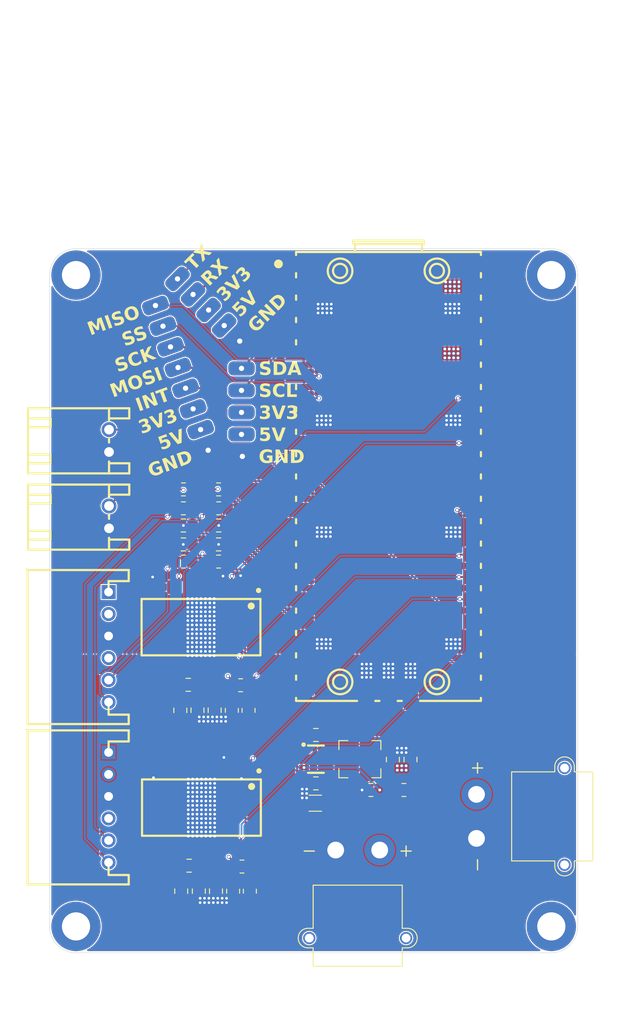
<source format=kicad_pcb>
(kicad_pcb (version 20241229) (generator "pcbnew") (generator_version "9.0")
  (layers (0 "F.Cu" signal) (4 "In1.Cu" signal) (6 "In2.Cu" signal) (2 "B.Cu" signal) (13 "F.Paste" user) (15 "B.Paste" user) (5 "F.SilkS" user "F.Silkscreen") (7 "B.SilkS" user "B.Silkscreen") (1 "F.Mask" user) (3 "B.Mask" user) (25 "Edge.Cuts" user))
  (net 0 "")
  (net 1 "GND")
  (net 2 "+3V3")
  (net 3 "+24V")
  (net 4 "+5V")
  (net 5 "Net-(U6-CB)")
  (net 6 "Net-(U6-SW)")
  (net 7 "Net-(U2-TISD)")
  (net 9 "Net-(U6-FB)")
  (net 10 "Net-(U2-VISD)")
  (net 11 "/Elevation/EL_ALERT")
  (net 12 "Net-(U8-VISD)")
  (net 13 "Net-(U8-TISD)")
  (net 14 "/Azimuth/AZ_ALERT")
  (net 16 "/RP2040/Gyro Int")
  (net 21 "/Elevation/EL_PWM")
  (net 24 "/U0.RX")
  (net 25 "/SPI0.SS")
  (net 26 "/SPI0.SCK")
  (net 27 "/U0.TX")
  (net 28 "/I2C1.SCL")
  (net 29 "/SPI0.MISO")
  (net 30 "/SPI0.MOSI")
  (net 31 "/I2C1.SDA")
  (net 37 "/Azimuth/AZ_PWM")
  (net 38 "/Azimuth/AZ_MOTOR_+")
  (net 39 "/Azimuth/AZ_MOTOR_-")
  (net 41 "/Elevation/EL_MOTOR_-")
  (net 42 "/Elevation/EL_MOTOR_+")
  (net 43 "/Encoders/AZ_ENC_A")
  (net 44 "/Encoders/AZ_ENC_B")
  (net 45 "/Encoders/EL_ENC_A")
  (net 46 "/Encoders/EL_ENC_B")
  (net 48 "/Azimuth/AZ_EN{slash}IN1")
  (net 49 "/Azimuth/AZ_PH{slash}IN2")
  (net 51 "/Elevation/EL_PH{slash}IN2")
  (net 52 "/Elevation/EL_EN{slash}IN1")
  (net 53 "/Encoders/AZ_END")
  (net 54 "/Encoders/EL_END")
  (net 55 "/Encoders/EL_ENC_B_RAW")
  (net 56 "/Encoders/EL_ENC_A_RAW")
  (net 57 "/Encoders/AZ_ENC_B_RAW")
  (net 58 "/Encoders/AZ_ENC_A_RAW")
  (footprint "Resistor_SMD:R_0805_2012Metric_Pad1.20x1.40mm_HandSolder" (layer "F.Cu") (at 51.35 118 -90)
    (property "Reference" "R11" (hide yes))
    (property "Value" "10k")
  )
  (footprint "Resistor_SMD:R_0805_2012Metric_Pad1.20x1.40mm_HandSolder" (layer "F.Cu") (at 45.7 80.55)
    (property "Reference" "R5" (hide yes))
    (property "Value" "100R")
  )
  (footprint "TestPoint:smallpad" (layer "F.Cu") (at 48.510101 67.898463 20)
    (property "Reference" "TP11" (hide yes))
    (property "Value" "~")
  )
  (footprint "Capacitor_SMD:C_0805_2012Metric_Pad1.18x1.45mm_HandSolder" (layer "F.Cu") (at 46.25 94.55)
    (property "Reference" "C26" (hide yes))
    (property "Value" "100nF")
  )
  (footprint "TestPoint:smallpad" (layer "F.Cu") (at 45.089899 58.501536 20)
    (property "Reference" "TP7" (hide yes))
    (property "Value" "~")
  )
  (footprint "TestPoint:smallpad" (layer "F.Cu") (at 52.3 66.1)
    (property "Reference" "TP15" (hide yes))
    (property "Value" "~")
  )
  (footprint "Resistor_SMD:R_0805_2012Metric_Pad1.20x1.40mm_HandSolder" (layer "F.Cu") (at 51.2 97.45 -90)
    (property "Reference" "R6" (hide yes))
    (property "Value" "10k")
  )
  (footprint "Capacitor_SMD:C_0805_2012Metric_Pad1.18x1.45mm_HandSolder" (layer "F.Cu") (at 49.4 118 -90)
    (property "Reference" "C10" (hide yes))
    (property "Value" "10uF")
  )
  (footprint "Capacitor_SMD:C_0805_2012Metric_Pad1.18x1.45mm_HandSolder" (layer "F.Cu") (at 47.3 97.4375 -90)
    (property "Reference" "C24" (hide yes))
    (property "Value" "10uF")
  )
  (footprint "Capacitor_SMD:C_0805_2012Metric_Pad1.18x1.45mm_HandSolder" (layer "F.Cu") (at 46.35 115.1)
    (property "Reference" "C21" (hide yes))
    (property "Value" "100nF")
  )
  (footprint "Resistor_SMD:R_0805_2012Metric_Pad1.20x1.40mm_HandSolder" (layer "F.Cu") (at 53.25 118 -90)
    (property "Reference" "R9" (hide yes))
    (property "Value" "10k")
  )
  (footprint "MountingHole:MountingHole_3.2mm_M3_DIN965_Pad" (layer "F.Cu") (at 87.5 48)
    (property "Reference" "H3" (hide yes))
    (property "Value" "MountingHole_Pad_MP")
  )
  (footprint "Resistor_SMD:R_0805_2012Metric_Pad1.20x1.40mm_HandSolder" (layer "F.Cu") (at 52.2 94.6)
    (property "Reference" "R7" (hide yes))
    (property "Value" "10k")
  )
  (footprint "Inductor_SMD:L_Bourns-SRN4018" (layer "F.Cu") (at 65.75 103)
    (property "Reference" "L2" (hide yes))
    (property "Value" "15uH")
  )
  (footprint "TestPoint:smallpad" (layer "F.Cu") (at 46.8 63.2 20)
    (property "Reference" "TP10" (hide yes))
    (property "Value" "~")
  )
  (footprint "Capacitor_SMD:C_0805_2012Metric_Pad1.18x1.45mm_HandSolder" (layer "F.Cu") (at 49.7 78.6 180)
    (property "Reference" "C3" (hide yes))
    (property "Value" "100nF")
  )
  (footprint "Capacitor_SMD:C_0805_2012Metric_Pad1.18x1.45mm_HandSolder" (layer "F.Cu") (at 47.45 118 -90)
    (property "Reference" "C19" (hide yes))
    (property "Value" "10uF")
  )
  (footprint "Capacitor_SMD:C_0805_2012Metric_Pad1.18x1.45mm_HandSolder" (layer "F.Cu") (at 69.5 103.0375 90)
    (property "Reference" "C11" (hide yes))
    (property "Value" "10uF")
  )
  (footprint "TestPoint:smallpad" (layer "F.Cu") (at 45.94495 60.850768 20)
    (property "Reference" "TP3" (hide yes))
    (property "Value" "~")
  )
  (footprint "MountingHole:MountingHole_3.2mm_M3_DIN965_Pad" (layer "F.Cu") (at 33.5 122)
    (property "Reference" "H1" (hide yes))
    (property "Value" "MountingHole_Pad_MP")
  )
  (footprint "Resistor_SMD:R_0805_2012Metric_Pad1.20x1.40mm_HandSolder" (layer "F.Cu") (at 49.7 72.35)
    (property "Reference" "R1" (hide yes))
    (property "Value" "10k")
  )
  (footprint "Resistor_SMD:R_0805_2012Metric_Pad1.20x1.40mm_HandSolder" (layer "F.Cu") (at 67 106.5 180)
    (property "Reference" "R14" (hide yes))
    (property "Value" "22.1k")
  )
  (footprint "Capacitor_SMD:C_0805_2012Metric_Pad1.18x1.45mm_HandSolder" (layer "F.Cu") (at 45.7 76.45 180)
    (property "Reference" "C2" (hide yes))
    (property "Value" "100nF")
  )
  (footprint "TestPoint:smallpad" (layer "F.Cu") (at 42.524749 51.453842 20)
    (property "Reference" "TP8" (hide yes))
    (property "Value" "~")
  )
  (footprint "TestPoint:smallpad" (layer "F.Cu") (at 45.028932 48.428932 -135)
    (property "Reference" "TP18" (hide yes))
    (property "Value" "~")
  )
  (footprint "MountingHole:MountingHole_3.2mm_M3_DIN965_Pad" (layer "F.Cu") (at 33.5 48)
    (property "Reference" "H2" (hide yes))
    (property "Value" "MountingHole_Pad_MP")
  )
  (footprint "Capacitor_SMD:C_0805_2012Metric_Pad1.18x1.45mm_HandSolder" (layer "F.Cu") (at 71.5 103.0375 90)
    (property "Reference" "C12" (hide yes))
    (property "Value" "10uF")
  )
  (footprint "Capacitor_SMD:C_0805_2012Metric_Pad1.18x1.45mm_HandSolder" (layer "F.Cu") (at 60.75 105.75 180)
    (property "Reference" "C15" (hide yes))
    (property "Value" "100nF")
  )
  (footprint "components:CONN-TH_S6B-XH-A-LF-SN" (layer "F.Cu") (at 37.200051 108.479476 90)
    (property "Reference" "J6" (hide yes))
    (property "Value" "JST_AZ")
  )
  (footprint "TestPoint:smallpad" (layer "F.Cu") (at 43.379798 53.803073 20)
    (property "Reference" "TP5" (hide yes))
    (property "Value" "~")
  )
  (footprint "easyeda2kicad:HSOP-16_L13.5-W6.4-P1.00-LS9.6-BL-EP" (layer "F.Cu") (at 47.75 108.5 180)
    (property "Reference" "U8" (hide yes))
    (property "Value" "TB6642FG,8,EL")
  )
  (footprint "Capacitor_SMD:C_0805_2012Metric_Pad1.18x1.45mm_HandSolder" (layer "F.Cu") (at 45.7 78.6 180)
    (property "Reference" "C4" (hide yes))
    (property "Value" "100nF")
  )
  (footprint "TestPoint:smallpad" (layer "F.Cu") (at 52.1 55.5 45)
    (property "Reference" "TP16" (hide yes))
    (property "Value" "~")
  )
  (footprint "components:CONN-TH_S2B-XH-A-LF-SN" (layer "F.Cu") (at 37.25 66.829997 90)
    (property "Reference" "J3" (hide yes))
    (property "Value" "END_AZ")
  )
  (footprint "MountingHole:MountingHole_3.2mm_M3_DIN965_Pad" (layer "F.Cu") (at 87.5 122)
    (property "Reference" "H4" (hide yes))
    (property "Value" "MountingHole_Pad_MP")
  )
  (footprint "Capacitor_SMD:C_0805_2012Metric_Pad1.18x1.45mm_HandSolder" (layer "F.Cu") (at 60.75 100.25)
    (property "Reference" "C13" (hide yes))
    (property "Value" "100nF")
  )
  (footprint "Capacitor_SMD:C_0805_2012Metric_Pad1.18x1.45mm_HandSolder" (layer "F.Cu") (at 49.25 97.4375 -90)
    (property "Reference" "C23" (hide yes))
    (property "Value" "10uF")
  )
  (footprint "TestPoint:smallpad" (layer "F.Cu") (at 52.4 68.6)
    (property "Reference" "TP2" (hide yes))
    (property "Value" "~")
  )
  (footprint "Resistor_SMD:R_0805_2012Metric_Pad1.20x1.40mm_HandSolder" (layer "F.Cu") (at 70.75 106.5 180)
    (property "Reference" "R13" (hide yes))
    (property "Value" "88.7k")
  )
  (footprint "TestPoint:smallpad" (layer "F.Cu") (at 50.332233 53.732233 45)
    (property "Reference" "TP1" (hide yes))
    (property "Value" "~")
  )
  (footprint "TestPoint:smallpad" (layer "F.Cu") (at 48.564466 51.964466 45)
    (property "Reference" "TP14" (hide yes))
    (property "Value" "~")
  )
  (footprint "easyeda2kicad:COMM-SMD_L51.0-W21.0-P2.54_SC0916" (layer "F.Cu") (at 69 71.19 -90)
    (property "Reference" "U5" (hide yes))
    (property "Value" "PICO")
  )
  (footprint "TestPoint:smallpad" (layer "F.Cu") (at 46.796699 50.196699 -135)
    (property "Reference" "TP17" (hide yes))
    (property "Value" "~")
  )
  (footprint "components:CONN-TH_S2B-XH-A-LF-SN" (layer "F.Cu") (at 37.25 75.499619 90)
    (property "Reference" "J7" (hide yes))
    (property "Value" "END_EL")
  )
  (footprint "components:CONN-TH_S6B-XH-A-LF-SN" (layer "F.Cu") (at 37.200051 90.25955 90)
    (property "Reference" "J2" (hide yes))
    (property "Value" "JST_EL")
  )
  (footprint "Resistor_SMD:R_0805_2012Metric_Pad1.20x1.40mm_HandSolder" (layer "F.Cu") (at 49.7 80.55)
    (property "Reference" "R2" (hide yes))
    (property "Value" "100R")
  )
  (footprint "Capacitor_SMD:C_0805_2012Metric_Pad1.18x1.45mm_HandSolder" (layer "F.Cu") (at 49.7125 76.45 180)
    (property "Reference" "C1" (hide yes))
    (property "Value" "100nF")
  )
  (footprint "Resistor_SMD:R_0805_2012Metric_Pad1.20x1.40mm_HandSolder" (layer "F.Cu") (at 53.1 97.45 -90)
    (property "Reference" "R8" (hide yes))
    (property "Value" "10k")
  )
  (footprint "Capacitor_SMD:C_1206_3216Metric_Pad1.33x1.80mm_HandSolder" (layer "F.Cu") (at 60.6875 108 180)
    (property "Reference" "C14" (hide yes))
    (property "Value" "4.7uF")
  )
  (footprint "Resistor_SMD:R_0805_2012Metric_Pad1.20x1.40mm_HandSolder" (layer "F.Cu") (at 45.7 74.5)
    (property "Reference" "R4" (hide yes))
    (property "Value" "100R")
  )
  (footprint "Connector_AMASS:AMASS_XT30PW-M_1x02_P2.50mm_Horizontal" (layer "F.Cu") (at 79 112 -90)
    (property "Reference" "U1" (hide yes))
    (property "Value" "XT30PW-M")
  )
  (footprint "Resistor_SMD:R_0805_2012Metric_Pad1.20x1.40mm_HandSolder" (layer "F.Cu") (at 45.7 72.35)
    (property "Reference" "R10" (hide yes))
    (property "Value" "10k")
  )
  (footprint "Connector_AMASS:AMASS_XT30PW-M_1x02_P2.50mm_Horizontal" (layer "F.Cu") (at 63 113.325 180)
    (property "Reference" "U3" (hide yes))
    (property "Value" "XT30PW-M")
  )
  (footprint "Resistor_SMD:R_0805_2012Metric_Pad1.20x1.40mm_HandSolder" (layer "F.Cu") (at 49.7125 74.5)
    (property "Reference" "R3" (hide yes))
    (property "Value" "100R")
  )
  (footprint "TestPoint:smallpad" (layer "F.Cu") (at 47.65505 65.549231 20)
    (property "Reference" "TP9" (hide yes))
    (property "Value" "~")
  )
  (footprint "Resistor_SMD:R_0805_2012Metric_Pad1.20x1.40mm_HandSolder" (layer "F.Cu") (at 52.35 115.2)
    (property "Reference" "R12" (hide yes))
    (property "Value" "10k")
  )
  (footprint "easyeda2kicad:HSOP-16_L13.5-W6.4-P1.00-LS9.6-BL-EP" (layer "F.Cu") (at 47.7 88 180)
    (property "Reference" "U2" (hide yes))
    (property "Value" "TB6642FG,8,EL")
  )
  (footprint "TestPoint:smallpad" (layer "F.Cu") (at 44.234849 56.152305 20)
    (property "Reference" "TP4" (hide yes))
    (property "Value" "~")
  )
  (footprint "Capacitor_SMD:C_0805_2012Metric_Pad1.18x1.45mm_HandSolder" (layer "F.Cu") (at 45.45 118 -90)
    (property "Reference" "C22" (hide yes))
    (property "Value" "10uF")
  )
  (footprint "TestPoint:smallpad" (layer "F.Cu") (at 52.3 58.6 180)
    (property "Reference" "TP13" (hide yes))
    (property "Value" "~")
  )
  (footprint "easyeda2kicad:SOT-23-6_L2.9-W1.6-P0.95-LS2.8-BR" (layer "F.Cu") (at 60.75 103 180)
    (property "Reference" "U6" (hide yes))
    (property "Value" "TPS560430XFDBVT")
  )
  (footprint "TestPoint:smallpad" (layer "F.Cu") (at 52.3 63.6)
    (property "Reference" "TP6" (hide yes))
    (property "Value" "~")
  )
  (footprint "Capacitor_SMD:C_0805_2012Metric_Pad1.18x1.45mm_HandSolder" (layer "F.Cu") (at 45.35 97.45 -90)
    (property "Reference" "C25" (hide yes))
    (property "Value" "10uF")
  )
  (footprint "TestPoint:smallpad" (layer "F.Cu") (at 52.3 61.1 180)
    (property "Reference" "TP12" (hide yes))
    (property "Value" "~")
  )
  (gr_line (start 87.5 125) (end 33.5 125) (stroke (width 0.05)) (layer "Edge.Cuts"))
  (gr_arc (start 87.5 45) (mid 89.62132 45.87868) (end 90.5 48) (stroke (width 0.05)) (layer "Edge.Cuts"))
  (gr_line (start 30.5 122) (end 30.5 48) (stroke (width 0.05)) (layer "Edge.Cuts"))
  (gr_arc (start 90.5 122) (mid 89.62132 124.12132) (end 87.5 125) (stroke (width 0.05)) (layer "Edge.Cuts"))
  (gr_line (start 33.5 45) (end 87.5 45) (stroke (width 0.05)) (layer "Edge.Cuts"))
  (gr_arc (start 30.5 48) (mid 31.37868 45.87868) (end 33.5 45) (stroke (width 0.05)) (layer "Edge.Cuts"))
  (gr_line (start 90.5 48) (end 90.5 122) (stroke (width 0.05)) (layer "Edge.Cuts"))
  (gr_arc (start 33.5 125) (mid 31.37868 124.12132) (end 30.5 122) (stroke (width 0.05)) (layer "Edge.Cuts"))
  (gr_text "TX" (at 47 47.75 45) (layer "F.SilkS") (effects (font (size 1.5 1.5) (thickness 0.3) (bold yes)) (justify left bottom)))
  (gr_text "5V" (at 46.130302 67.095389 20) (layer "F.SilkS") (effects (font (size 1.5 1.5) (thickness 0.3) (bold yes)) (justify right bottom)))
  (gr_text "MISO" (at 41 53 20) (layer "F.SilkS") (effects (font (size 1.5 1.5) (thickness 0.3) (bold yes)) (justify right bottom)))
  (gr_text "RX" (at 48.767767 49.517766 45) (layer "F.SilkS") (effects (font (size 1.5 1.5) (thickness 0.3) (bold yes)) (justify left bottom)))
  (gr_text "SCK" (at 42.710101 57.698463 20) (layer "F.SilkS") (effects (font (size 1.5 1.5) (thickness 0.3) (bold yes)) (justify right bottom)))
  (gr_text "GND\n" (at 46.985353 69.444621 20) (layer "F.SilkS") (effects (font (size 1.5 1.5) (thickness 0.3) (bold yes)) (justify right bottom)))
  (gr_text "5V" (at 54.25 67.1 0) (layer "F.SilkS") (effects (font (size 1.5 1.5) (thickness 0.3) (bold yes)) (justify left bottom)))
  (gr_text "5V" (at 52.303301 53.053301 45) (layer "F.SilkS") (effects (font (size 1.5 1.5) (thickness 0.3) (bold yes)) (justify left bottom)))
  (gr_text "GND\n" (at 54.250001 69.6 0) (layer "F.SilkS") (effects (font (size 1.5 1.5) (thickness 0.3) (bold yes)) (justify left bottom)))
  (gr_text "3V3" (at 50.535534 51.285534 45) (layer "F.SilkS") (effects (font (size 1.5 1.5) (thickness 0.3) (bold yes)) (justify left bottom)))
  (gr_text "3V3" (at 54.25 64.6 0) (layer "F.SilkS") (effects (font (size 1.5 1.5) (thickness 0.3) (bold yes)) (justify left bottom)))
  (gr_text "SDA" (at 54.25 59.6 0) (layer "F.SilkS") (effects (font (size 1.5 1.5) (thickness 0.3) (bold yes)) (justify left bottom)))
  (gr_text "3V3" (at 45.275252 64.746158 20) (layer "F.SilkS") (effects (font (size 1.5 1.5) (thickness 0.3) (bold yes)) (justify right bottom)))
  (gr_text "SCL" (at 54.250001 62.1 0) (layer "F.SilkS") (effects (font (size 1.5 1.5) (thickness 0.3) (bold yes)) (justify left bottom)))
  (gr_text "SS" (at 41.85505 55.349231 20) (layer "F.SilkS") (effects (font (size 1.5 1.5) (thickness 0.3) (bold yes)) (justify right bottom)))
  (gr_text "MOSI" (at 43.565151 60.047695 20) (layer "F.SilkS") (effects (font (size 1.5 1.5) (thickness 0.3) (bold yes)) (justify right bottom)))
  (gr_text "GND\n" (at 54.071068 54.821067 45) (layer "F.SilkS") (effects (font (size 1.5 1.5) (thickness 0.3) (bold yes)) (justify left bottom)))
  (gr_text "INT" (at 44.420202 62.396926 20) (layer "F.SilkS") (effects (font (size 1.5 1.5) (thickness 0.3) (bold yes)) (justify right bottom)))
  (segment (start 58.91 51.82) (end 62.48 51.82) (width 1.6) (layer "F.Cu") (net 1))
  (segment (start 62.48 51.82) (end 62.5 51.8) (width 1.6) (layer "F.Cu") (net 1))
  (segment (start 79.09 51.82) (end 75.52 51.82) (width 1.6) (layer "F.Cu") (net 1))
  (segment (start 52.25 105.15) (end 52.3 105.2) (width 0.2) (layer "F.Cu") (net 1))
  (segment (start 42.25 103.95) (end 42.25 105.05) (width 0.2) (layer "F.Cu") (net 1))
  (segment (start 48.6625 78.6) (end 49.7 78.6) (width 0.2) (layer "F.Cu") (net 1))
  (segment (start 75.62 64.52) (end 75.6 64.5) (width 1.6) (layer "F.Cu") (net 1))
  (segment (start 52.2 83.45) (end 52.2 82.15) (width 0.2) (layer "F.Cu") (net 1))
  (segment (start 58.91 64.52) (end 62.38 64.52) (width 1.6) (layer "F.Cu") (net 1))
  (segment (start 75.62 77.22) (end 75.6 77.2) (width 1.6) (layer "F.Cu") (net 1))
  (segment (start 66.46 95.8) (end 66.46 92.74) (width 1.6) (layer "F.Cu") (net 1))
  (segment (start 50.25 103.95) (end 50.25 102.85) (width 0.2) (layer "F.Cu") (net 1))
  (segment (start 44.6625 76.45) (end 45.7 76.45) (width 0.4) (layer "F.Cu") (net 1))
  (segment (start 42.2 83.45) (end 42.2 82.3) (width 0.2) (layer "F.Cu") (net 1))
  (segment (start 52.25 103.95) (end 52.25 105.15) (width 0.2) (layer "F.Cu") (net 1))
  (segment (start 50.2 83.45) (end 50.2 82.2) (width 0.2) (layer "F.Cu") (net 1))
  (segment (start 58.91 89.92) (end 62.38 89.92) (width 1.6) (layer "F.Cu") (net 1))
  (segment (start 79.09 64.52) (end 75.62 64.52) (width 1.6) (layer "F.Cu") (net 1))
  (segment (start 48.675 76.45) (end 49.7125 76.45) (width 0.2) (layer "F.Cu") (net 1))
  (segment (start 44.6625 78.6) (end 45.6875 78.6) (width 0.4) (layer "F.Cu") (net 1))
  (segment (start 75.52 51.82) (end 75.5 51.8) (width 1.6) (layer "F.Cu") (net 1))
  (segment (start 75.62 89.92) (end 75.6 89.9) (width 1.6) (layer "F.Cu") (net 1))
  (segment (start 62.38 89.92) (end 62.4 89.9) (width 1.6) (layer "F.Cu") (net 1))
  (segment (start 58.91 77.22) (end 62.38 77.22) (width 1.6) (layer "F.Cu") (net 1))
  (segment (start 71.54 92.74) (end 71.5 92.7) (width 1.6) (layer "F.Cu") (net 1))
  (segment (start 42.25 105.05) (end 42.3 105.1) (width 0.2) (layer "F.Cu") (net 1))
  (segment (start 69 95.8) (end 69 92.7) (width 1.6) (layer "F.Cu") (net 1))
  (segment (start 50.25 102.85) (end 50.3 102.8) (width 0.2) (layer "F.Cu") (net 1))
  (segment (start 66.46 92.74) (end 66.5 92.7) (width 1.6) (layer "F.Cu") (net 1))
  (segment (start 62.38 77.22) (end 62.4 77.2) (width 1.6) (layer "F.Cu") (net 1))
  (segment (start 79.09 77.22) (end 75.62 77.22) (width 1.6) (layer "F.Cu") (net 1))
  (segment (start 66 106.5) (end 66.25 106.5) (width 0.3) (layer "F.Cu") (net 1))
  (segment (start 62.38 64.52) (end 62.4 64.5) (width 1.6) (layer "F.Cu") (net 1))
  (segment (start 79.09 89.92) (end 75.62 89.92) (width 1.6) (layer "F.Cu") (net 1))
  (segment (start 71.54 95.8) (end 71.54 92.74) (width 1.6) (layer "F.Cu") (net 1))
  (via (at 61.4 65) (size 0.45) (drill 0.3) (layers "F.Cu" "B.Cu") (net 1))
  (via (at 77.1 76.7) (size 0.45) (drill 0.3) (layers "F.Cu" "B.Cu") (net 1))
  (via (at 48.6 119.3) (size 0.45) (drill 0.3) (layers "F.Cu" "B.Cu") (net 1))
  (via (at 50.5 98.2) (size 0.45) (drill 0.3) (layers "F.Cu" "B.Cu") (net 1))
  (via (at 61.9 90.4) (size 0.45) (drill 0.3) (layers "F.Cu" "B.Cu") (net 1))
  (via (at 48.25 110.75) (size 0.45) (drill 0.3) (layers "F.Cu" "B.Cu") (net 1))
  (via (at 46.2 85.25) (size 0.45) (drill 0.3) (layers "F.Cu" "B.Cu") (net 1))
  (via (at 77.1 89.4) (size 0.45) (drill 0.3) (layers "F.Cu" "B.Cu") (net 1))
  (via (at 46.7 88.75) (size 0.45) (drill 0.3) (layers "F.Cu" "B.Cu") (net 1))
  (via (at 46.2 86.25) (size 0.45) (drill 0.3) (layers "F.Cu" "B.Cu") (net 1))
  (via (at 66.5 92.7) (size 0.45) (drill 0.3) (layers "F.Cu" "B.Cu") (net 1))
  (via (at 49 98.7) (size 0.45) (drill 0.3) (layers "F.Cu" "B.Cu") (net 1))
  (via (at 46.75 108.75) (size 0.45) (drill 0.3) (layers "F.Cu" "B.Cu") (net 1))
  (via (at 61.4 77.7) (size 0.45) (drill 0.3) (layers "F.Cu" "B.Cu") (net 1))
  (via (at 47.7 86.25) (size 0.45) (drill 0.3) (layers "F.Cu" "B.Cu") (net 1))
  (via (at 60.9 65) (size 0.45) (drill 0.3) (layers "F.Cu" "B.Cu") (net 1))
  (via (at 46.2 90.75) (size 0.45) (drill 0.3) (layers "F.Cu" "B.Cu") (net 1))
  (via (at 46.75 109.25) (size 0.45) (drill 0.3) (layers "F.Cu" "B.Cu") (net 1))
  (via (at 62.4 89.4) (size 0.45) (drill 0.3) (layers "F.Cu" "B.Cu") (net 1))
  (via (at 47.75 109.25) (size 0.45) (drill 0.3) (layers "F.Cu" "B.Cu") (net 1))
  (via (at 48.25 108.25) (size 0.45) (drill 0.3) (layers "F.Cu" "B.Cu") (net 1))
  (via (at 46.75 110.75) (size 0.45) (drill 0.3) (layers "F.Cu" "B.Cu") (net 1))
  (via (at 47.2 88.75) (size 0.45) (drill 0.3) (layers "F.Cu" "B.Cu") (net 1))
  (via (at 68.5 92.2) (size 0.45) (drill 0.3) (layers "F.Cu" "B.Cu") (net 1))
  (via (at 66.5 93.7) (size 0.45) (drill 0.3) (layers "F.Cu" "B.Cu") (net 1))
  (via (at 50.2 82.2) (size 0.45) (drill 0.3) (layers "F.Cu" "B.Cu") (net 1))
  (via (at 46.75 105.25) (size 0.45) (drill 0.3) (layers "F.Cu" "B.Cu") (net 1))
  (via (at 47.25 108.25) (size 0.45) (drill 0.3) (layers "F.Cu" "B.Cu") (net 1))
  (via (at 47.2 84.75) (size 0.45) (drill 0.3) (layers "F.Cu" "B.Cu") (net 1))
  (via (at 69.5 92.2) (size 0.45) (drill 0.3) (layers "F.Cu" "B.Cu") (net 1))
  (via (at 47.25 110.25) (size 0.45) (drill 0.3) (layers "F.Cu" "B.Cu") (net 1))
  (via (at 47.2 85.25) (size 0.45) (drill 0.3) (layers "F.Cu" "B.Cu") (net 1))
  (via (at 42.3 105.1) (size 0.45) (drill 0.3) (layers "F.Cu" "B.Cu") (net 1))
  (via (at 61.4 77.2) (size 0.45) (drill 0.3) (layers "F.Cu" "B.Cu") (net 1))
  (via (at 46.25 106.75) (size 0.45) (drill 0.3) (layers "F.Cu" "B.Cu") (net 1))
  (via (at 45.7 76.45) (size 0.45) (drill 0.3) (layers "F.Cu" "B.Cu") (net 1))
  (via (at 48 98.2) (size 0.45) (drill 0.3) (layers "F.Cu" "B.Cu") (net 1))
  (via (at 61 52.3) (size 0.45) (drill 0.3) (layers "F.Cu" "B.Cu") (net 1))
  (via (at 69 92.2) (size 0.45) (drill 0.3) (layers "F.Cu" "B.Cu") (net 1))
  (via (at 48.25 106.25) (size 0.45) (drill 0.3) (layers "F.Cu" "B.Cu") (net 1))
  (via (at 46.75 107.25) (size 0.45) (drill 0.3) (layers "F.Cu" "B.Cu") (net 1))
  (via (at 48.75 108.25) (size 0.45) (drill 0.3) (layers "F.Cu" "B.Cu") (net 1))
  (via (at 69 93.2) (size 0.45) (drill 0.3) (layers "F.Cu" "B.Cu") (net 1))
  (via (at 75.6 64.5) (size 0.45) (drill 0.3) (layers "F.Cu" "B.Cu") (net 1))
  (via (at 47.75 107.75) (size 0.45) (drill 0.3) (layers "F.Cu" "B.Cu") (net 1))
  (via (at 49.2 90.75) (size 0.45) (drill 0.3) (layers "F.Cu" "B.Cu") (net 1))
  (via (at 48.75 106.75) (size 0.45) (drill 0.3) (layers "F.Cu" "B.Cu") (net 1))
  (via (at 48.2 87.75) (size 0.45) (drill 0.3) (layers "F.Cu" "B.Cu") (net 1))
  (via (at 47.7 85.75) (size 0.45) (drill 0.3) (layers "F.Cu" "B.Cu") (net 1))
  (via (at 76.6 89.9) (size 0.45) (drill 0.3) (layers "F.Cu" "B.Cu") (net 1))
  (via (at 47.25 105.75) (size 0.45) (drill 0.3) (layers "F.Cu" "B.Cu") (net 1))
  (via (at 48.25 107.25) (size 0.45) (drill 0.3) (layers "F.Cu" "B.Cu") (net 1))
  (via (at 45.6875 78.6) (size 0.45) (drill 0.3) (layers "F.Cu" "B.Cu") (net 1))
  (via (at 76.5 51.3) (size 0.45) (drill 0.3) (layers "F.Cu" "B.Cu") (net 1))
  (via (at 76.6 77.2) (size 0.45) (drill 0.3) (layers "F.Cu" "B.Cu") (net 1))
  (via (at 46.2 91.25) (size 0.45) (drill 0.3) (layers "F.Cu" "B.Cu") (net 1))
  (via (at 71 101.75) (size 0.45) (drill 0.3) (layers "F.Cu" "B.Cu") (net 1))
  (via (at 49.2 91.25) (size 0.45) (drill 0.3) (layers "F.Cu" "B.Cu") (net 1))
  (via (at 48.75 107.75) (size 0.45) (drill 0.3) (layers "F.Cu" "B.Cu") (net 1))
  (via (at 49.25 105.25) (size 0.45) (drill 0.3) (layers "F.Cu" "B.Cu") (net 1))
  (via (at 49.6 119.3) (size 0.45) (drill 0.3) (layers "F.Cu" "B.Cu") (net 1))
  (via (at 76.1 64) (size 0.45) (drill 0.3) (layers "F.Cu" "B.Cu") (net 1))
  (via (at 62.4 64.5) (size 0.45) (drill 0.3) (layers "F.Cu" "B.Cu") (net 1))
  (via (at 69.5 93.2) (size 0.45) (drill 0.3) (layers "F.Cu" "B.Cu") (net 1))
  (via (at 72 93.7) (size 0.45) (drill 0.3) (layers "F.Cu" "B.Cu") (net 1))
  (via (at 75.5 52.3) (size 0.45) (drill 0.3) (layers "F.Cu" "B.Cu") (net 1))
  (via (at 76.1 89.4) (size 0.45) (drill 0.3) (layers "F.Cu" "B.Cu") (net 1))
  (via (at 49.2 85.25) (size 0.45) (drill 0.3) (layers "F.Cu" "B.Cu") (net 1))
  (via (at 46.7 88.25) (size 0.45) (drill 0.3) (layers "F.Cu" "B.Cu") (net 1))
  (via (at 47.25 107.75) (size 0.45) (drill 0.3) (layers "F.Cu" "B.Cu") (net 1))
  (via (at 46.75 107.75) (size 0.45) (drill 0.3) (layers "F.Cu" "B.Cu") (net 1))
  (via (at 47.7 91.25) (size 0.45) (drill 0.3) (layers "F.Cu" "B.Cu") (net 1))
  (via (at 48.25 109.75) (size 0.45) (drill 0.3) (layers "F.Cu" "B.Cu") (net 1))
  (via (at 61 51.3) (size 0.45) (drill 0.3) (layers "F.Cu" "B.Cu") (net 1))
  (via (at 59.7 106.4) (size 0.45) (drill 0.3) (layers "F.Cu" "B.Cu") (net 1))
  (via (at 48.25 105.75) (size 0.45) (drill 0.3) (layers "F.Cu" "B.Cu") (net 1))
  (via (at 66 93.7) (size 0.45) (drill 0.3) (layers "F.Cu" "B.Cu") (net 1))
  (via (at 61.9 77.7) (size 0.45) (drill 0.3) (layers "F.Cu" "B.Cu") (net 1))
  (via (at 48 98.7) (size 0.45) (drill 0.3) (layers "F.Cu" "B.Cu") (net 1))
  (via (at 60.9 64) (size 0.45) (drill 0.3) (layers "F.Cu" "B.Cu") (net 1))
  (via (at 76 51.3) (size 0.45) (drill 0.3) (layers "F.Cu" "B.Cu") (net 1))
  (via (at 48.7 86.25) (size 0.45) (drill 0.3) (layers "F.Cu" "B.Cu") (net 1))
  (via (at 46.25 108.75) (size 0.45) (drill 0.3) (layers "F.Cu" "B.Cu") (net 1))
  (via (at 47.2 87.25) (size 0.45) (drill 0.3) (layers "F.Cu" "B.Cu") (net 1))
  (via (at 71 92.7) (size 0.45) (drill 0.3) (layers "F.Cu" "B.Cu") (net 1))
  (via (at 47.7 87.25) (size 0.45) (drill 0.3) (layers "F.Cu" "B.Cu") (net 1))
  (via (at 48.75 105.75) (size 0.45) (drill 0.3) (layers "F.Cu" "B.Cu") (net 1))
  (via (at 48.25 111.25) (size 0.45) (drill 0.3) (layers "F.Cu" "B.Cu") (net 1))
  (via (at 62.4 65) (size 0.45) (drill 0.3) (layers "F.Cu" "B.Cu") (net 1))
  (via (at 42.2 82.3) (size 0.45) (drill 0.3) (layers "F.Cu" "B.Cu") (net 1))
  (via (at 77.1 64) (size 0.45) (drill 0.3) (layers "F.Cu" "B.Cu") (net 1))
  (via (at 77.1 77.7) (size 0.45) (drill 0.3) (layers "F.Cu" "B.Cu") (net 1))
  (via (at 76.6 76.7) (size 0.45) (drill 0.3) (layers "F.Cu" "B.Cu") (net 1))
  (via (at 67 93.2) (size 0.45) (drill 0.3) (layers "F.Cu" "B.Cu") (net 1))
  (via (at 48.6 118.8) (size 0.45) (drill 0.3) (layers "F.Cu" "B.Cu") (net 1))
  (via (at 47.7 90.25) (size 0.45) (drill 0.3) (layers "F.Cu" "B.Cu") (net 1))
  (via (at 75.6 76.7) (size 0.45) (drill 0.3) (layers "F.Cu" "B.Cu") (net 1))
  (via (at 76.6 65) (size 0.45) (drill 0.3) (layers "F.Cu" "B.Cu") (net 1))
  (via (at 47.75 106.75) (size 0.45) (drill 0.3) (layers "F.Cu" "B.Cu") (net 1))
  (via (at 49.2 85.75) (size 0.45) (drill 0.3) (layers "F.Cu" "B.Cu") (net 1))
  (via (at 61.9 65) (size 0.45) (drill 0.3) (layers "F.Cu" "B.Cu") (net 1))
  (via (at 67 92.7) (size 0.45) (drill 0.3) (layers "F.Cu" "B.Cu") (net 1))
  (via (at 46.25 108.25) (size 0.45) (drill 0.3) (layers "F.Cu" "B.Cu") (net 1))
  (via (at 46.25 107.25) (size 0.45) (drill 0.3) (layers "F.Cu" "B.Cu") (net 1))
  (via (at 60.9 89.9) (size 0.45) (drill 0.3) (layers "F.Cu" "B.Cu") (net 1))
  (via (at 47.2 90.75) (size 0.45) (drill 0.3) (layers "F.Cu" "B.Cu") (net 1))
  (via (at 75.6 89.4) (size 0.45) (drill 0.3) (layers "F.Cu" "B.Cu") (net 1))
  (via (at 76.1 77.2) (size 0.45) (drill 0.3) (layers "F.Cu" "B.Cu") (net 1))
  (via (at 46.2 84.75) (size 0.45) (drill 0.3) (layers "F.Cu" "B.Cu") (net 1))
  (via (at 46.7 91.25) (size 0.45) (drill 0.3) (layers "F.Cu" "B.Cu") (net 1))
  (via (at 77.1 65) (size 0.45) (drill 0.3) (layers "F.Cu" "B.Cu") (net 1))
  (via (at 71 93.2) (size 0.45) (drill 0.3) (layers "F.Cu" "B.Cu") (net 1))
  (via (at 75.6 77.7) (size 0.45) (drill 0.3) (layers "F.Cu" "B.Cu") (net 1))
  (via (at 48.75 108.75) (size 0.45) (drill 0.3) (layers "F.Cu" "B.Cu") (net 1))
  (via (at 76.1 64.5) (size 0.45) (drill 0.3) (layers "F.Cu" "B.Cu") (net 1))
  (via (at 46.75 111.75) (size 0.45) (drill 0.3) (layers "F.Cu" "B.Cu") (net 1))
  (via (at 47.2 88.25) (size 0.45) (drill 0.3) (layers "F.Cu" "B.Cu") (net 1))
  (via (at 69 92.7) (size 0.45) (drill 0.3) (layers "F.Cu" "B.Cu") (net 1))
  (via (at 47.2 86.25) (size 0.45) (drill 0.3) (layers "F.Cu" "B.Cu") (net 1))
  (via (at 47.2 91.25) (size 0.45) (drill 0.3) (layers "F.Cu" "B.Cu") (net 1))
  (via (at 48.2 89.25) (size 0.45) (drill 0.3) (layers "F.Cu" "B.Cu") (net 1))
  (via (at 48.1 119.3) (size 0.45) (drill 0.3) (layers "F.Cu" "B.Cu") (net 1))
  (via (at 50.5 98.7) (size 0.45) (drill 0.3) (layers "F.Cu" "B.Cu") (net 1))
  (via (at 50 98.2) (size 0.45) (drill 0.3) (layers "F.Cu" "B.Cu") (net 1))
  (via (at 46.7 89.25) (size 0.45) (drill 0.3) (layers "F.Cu" "B.Cu") (net 1))
  (via (at 47.7 89.75) (size 0.45) (drill 0.3) (layers "F.Cu" "B.Cu") (net 1))
  (via (at 48.2 91.25) (size 0.45) (drill 0.3) (layers "F.Cu" "B.Cu") (net 1))
  (via (at 48.2 85.25) (size 0.45) (drill 0.3) (layers "F.Cu" "B.Cu") (net 1))
  (via (at 47.75 110.25) (size 0.45) (drill 0.3) (layers "F.Cu" "B.Cu") (net 1))
  (via (at 48.7 89.25) (size 0.45) (drill 0.3) (layers "F.Cu" "B.Cu") (net 1))
  (via (at 49.25 110.25) (size 0.45) (drill 0.3) (layers "F.Cu" "B.Cu") (net 1))
  (via (at 48.75 110.75) (size 0.45) (drill 0.3) (layers "F.Cu" "B.Cu") (net 1))
  (via (at 49.5 98.7) (size 0.45) (drill 0.3) (layers "F.Cu" "B.Cu") (net 1))
  (via (at 48.75 106.25) (size 0.45) (drill 0.3) (layers "F.Cu" "B.Cu") (net 1))
  (via (at 48.25 111.75) (size 0.45) (drill 0.3) (layers "F.Cu" "B.Cu") (net 1))
  (via (at 46.75 106.25) (size 0.45) (drill 0.3) (layers "F.Cu" "B.Cu") (net 1))
  (via (at 48.7 85.25) (size 0.45) (drill 0.3) (layers "F.Cu" "B.Cu") (net 1))
  (via (at 77.1 77.2) (size 0.45) (drill 0.3) (layers "F.Cu" "B.Cu") (net 1))
  (via (at 76.6 89.4) (size 0.45) (drill 0.3) (layers "F.Cu" "B.Cu") (net 1))
  (via (at 50.1 119.3) (size 0.45) (drill 0.3) (layers "F.Cu" "B.Cu") (net 1))
  (via (at 77 52.3) (size 0.45) (drill 0.3) (layers "F.Cu" "B.Cu") (net 1))
  (via (at 62.4 90.4) (size 0.45) (drill 0.3) (layers "F.Cu" "B.Cu") (net 1))
  (via (at 61.4 89.9) (size 0.45) (drill 0.3) (layers "F.Cu" "B.Cu") (net 1))
  (via (at 52.3 105.2) (size 0.45) (drill 0.3) (layers "F.Cu" "B.Cu") (net 1))
  (via (at 48.2 88.25) (size 0.45) (drill 0.3) (layers "F.Cu" "B.Cu") (net 1))
  (via (at 66 92.2) (size 0.45) (drill 0.3) (layers "F.Cu" "B.Cu") (net 1))
  (via (at 49.25 106.25) (size 0.45) (drill 0.3) (layers "F.Cu" "B.Cu") (net 1))
  (via (at 77.1 64.5) (size 0.45) (drill 0.3) (layers "F.Cu" "B.Cu") (net 1))
  (via (at 76.1 65) (size 0.45) (drill 0.3) (layers "F.Cu" "B.Cu") (net 1))
  (via (at 49.25 108.75) (size 0.45) (drill 0.3) (layers "F.Cu" "B.Cu") (net 1))
  (via (at 48.2 86.25) (size 0.45) (drill 0.3) (layers "F.Cu" "B.Cu") (net 1))
  (via (at 48.2 84.75) (size 0.45) (drill 0.3) (layers "F.Cu" "B.Cu") (net 1))
  (via (at 62 51.3) (size 0.45) (drill 0.3) (layers "F.Cu" "B.Cu") (net 1))
  (via (at 61.4 64.5) (size 0.45) (drill 0.3) (layers "F.Cu" "B.Cu") (net 1))
  (via (at 75.6 89.9) (size 0.45) (drill 0.3) (layers "F.Cu" "B.Cu") (net 1))
  (via (at 60.9 76.7) (size 0.45) (drill 0.3) (layers "F.Cu" "B.Cu") (net 1))
  (via (at 49.2 86.75) (size 0.45) (drill 0.3) (layers "F.Cu" "B.Cu") (net 1))
  (via (at 68.5 92.7) (size 0.45) (drill 0.3) (layers "F.Cu" "B.Cu") (net 1))
  (via (at 48.75 107.25) (size 0.45) (drill 0.3) (layers "F.Cu" "B.Cu") (net 1))
  (via (at 76 52.3) (size 0.45) (drill 0.3) (layers "F.Cu" "B.Cu") (net 1))
  (via (at 48.2 90.25) (size 0.45) (drill 0.3) (layers "F.Cu" "B.Cu") (net 1))
  (via (at 71 102.25) (size 0.45) (drill 0.3) (layers "F.Cu" "B.Cu") (net 1))
  (via (at 76.5 52.3) (size 0.45) (drill 0.3) (layers "F.Cu" "B.Cu") (net 1))
  (via (at 47.75 106.25) (size 0.45) (drill 0.3) (layers "F.Cu" "B.Cu") (net 1))
  (via (at 46.25 105.75) (size 0.45) (drill 0.3) (layers "F.Cu" "B.Cu") (net 1))
  (via (at 77.1 90.4) (size 0.45) (drill 0.3) (layers "F.Cu" "B.Cu") (net 1))
  (via (at 46.2 88.25) (size 0.45) (drill 0.3) (layers "F.Cu" "B.Cu") (net 1))
  (via (at 49.25 111.75) (size 0.45) (drill 0.3) (layers "F.Cu" "B.Cu") (net 1))
  (via (at 68.5 93.7) (size 0.45) (drill 0.3) (layers "F.Cu" "B.Cu") (net 1))
  (via (at 48.75 109.75) (size 0.45) (drill 0.3) (layers "F.Cu" "B.Cu") (net 1))
  (via (at 47.25 108.75) (size 0.45) (drill 0.3) (layers "F.Cu" "B.Cu") (net 1))
  (via (at 71.5 93.2) (size 0.45) (drill 0.3) (layers "F.Cu" "B.Cu") (net 1))
  (via (at 66 106.5) (size 0.45) (drill 0.3) (layers "F.Cu" "B.Cu") (net 1))
  (via (at 76.5 51.8) (size 0.45) (drill 0.3) (layers "F.Cu" "B.Cu") (net 1))
  (via (at 72 93.2) (size 0.45) (drill 0.3) (layers "F.Cu" "B.Cu") (net 1))
  (via (at 75.6 65) (size 0.45) (drill 0.3) (layers "F.Cu" "B.Cu") (net 1))
  (via (at 47.25 110.75) (size 0.45) (drill 0.3) (layers "F.Cu" "B.Cu") (net 1))
  (via (at 66.5 92.2) (size 0.45) (drill 0.3) (layers "F.Cu" "B.Cu") (net 1))
  (via (at 62 52.3) (size 0.45) (drill 0.3) (layers "F.Cu" "B.Cu") (net 1))
  (via (at 76.6 77.7) (size 0.45) (drill 0.3) (layers "F.Cu" "B.Cu") (net 1))
  (via (at 46.2 87.75) (size 0.45) (drill 0.3) (layers "F.Cu" "B.Cu") (net 1))
  (via (at 62.4 76.7) (size 0.45) (drill 0.3) (layers "F.Cu" "B.Cu") (net 1))
  (via (at 48.2 85.75) (size 0.45) (drill 0.3) (layers "F.Cu" "B.Cu") (net 1))
  (via (at 77 51.8) (size 0.45) (drill 0.3) (layers "F.Cu" "B.Cu") (net 1))
  (via (at 76.1 76.7) (size 0.45) (drill 0.3) (layers "F.Cu" "B.Cu") (net 1))
  (via (at 76 51.8) (size 0.45) (drill 0.3) (layers "F.Cu" "B.Cu") (net 1))
  (via (at 70 101.75) (size 0.45) (drill 0.3) (layers "F.Cu" "B.Cu") (net 1))
  (via (at 50.1 118.8) (size 0.45) (drill 0.3) (layers "F.Cu" "B.Cu") (net 1))
  (via (at 47.25 109.75) (size 0.45) (drill 0.3) (layers "F.Cu" "B.Cu") (net 1))
  (via (at 48.75 105.25) (size 0.45) (drill 0.3) (layers "F.Cu" "B.Cu") (net 1))
  (via (at 48.75 111.25) (size 0.45) (drill 0.3) (layers "F.Cu" "B.Cu") (net 1))
  (via (at 46.25 111.75) (size 0.45) (drill 0.3) (layers "F.Cu" "B.Cu") (net 1))
  (via (at 46.7 90.75) (size 0.45) (drill 0.3) (layers "F.Cu" "B.Cu") (net 1))
  (via (at 62.4 77.2) (size 0.45) (drill 0.3) (layers "F.Cu" "B.Cu") (net 1))
  (via (at 48.25 109.25) (size 0.45) (drill 0.3) (layers "F.Cu" "B.Cu") (net 1))
  (via (at 62.4 89.9) (size 0.45) (drill 0.3) (layers "F.Cu" "B.Cu") (net 1))
  (via (at 71.5 93.7) (size 0.45) (drill 0.3) (layers "F.Cu" "B.Cu") (net 1))
  (via (at 49.1 119.3) (size 0.45) (drill 0.3) (layers "F.Cu" "B.Cu") (net 1))
  (via (at 59.7 106.9) (size 0.45) (drill 0.3) (layers "F.Cu" "B.Cu") (net 1))
  (via (at 62.5 52.3) (size 0.45) (drill 0.3) (layers "F.Cu" "B.Cu") (net 1))
  (via (at 75.6 64) (size 0.45) (drill 0.3) (layers "F.Cu" "B.Cu") (net 1))
  (via (at 66 93.2) (size 0.45) (drill 0.3) (layers "F.Cu" "B.Cu") (net 1))
  (via (at 61.9 89.4) (size 0.45) (drill 0.3) (layers "F.Cu" "B.Cu") (net 1))
  (via (at 48.75 111.75) (size 0.45) (drill 0.3) (layers "F.Cu" "B.Cu") (net 1))
  (via (at 48.7 87.25) (size 0.45) (drill 0.3) (layers "F.Cu" "B.Cu") (net 1))
  (via (at 61.4 76.7) (size 0.45) (drill 0.3) (layers "F.Cu" "B.Cu") (net 1))
  (via (at 50 98.7) (size 0.45) (drill 0.3) (layers "F.Cu" "B.Cu") (net 1))
  (via (at 47.2 86.75) (size 0.45) (drill 0.3) (layers "F.Cu" "B.Cu") (net 1))
  (via (at 47.7 85.25) (size 0.45) (drill 0.3) (layers "F.Cu" "B.Cu") (net 1))
  (via (at 49.2 89.25) (size 0.45) (drill 0.3) (layers "F.Cu" "B.Cu") (net 1))
  (via (at 61.5 51.8) (size 0.45) (drill 0.3) (layers "F.Cu" "B.Cu") (net 1))
  (via (at 46.2 88.75) (size 0.45) (drill 0.3) (layers "F.Cu" "B.Cu") (net 1))
  (via (at 49.25 107.25) (size 0.45) (drill 0.3) (layers "F.Cu" "B.Cu") (net 1))
  (via (at 47.7 86.75) (size 0.45) (drill 0.3) (layers "F.Cu" "B.Cu") (net 1))
  (via (at 77.1 89.9) (size 0.45) (drill 0.3) (layers "F.Cu" "B.Cu") (net 1))
  (via (at 72 92.7) (size 0.45) (drill 0.3) (layers "F.Cu" "B.Cu") (net 1))
  (via (at 47.2 90.25) (size 0.45) (drill 0.3) (layers "F.Cu" "B.Cu") (net 1))
  (via (at 59.7 107.4) (size 0.45) (drill 0.3) (layers "F.Cu" "B.Cu") (net 1))
  (via (at 47.75 107.25) (size 0.45) (drill 0.3) (layers "F.Cu" "B.Cu") (net 1))
  (via (at 48.75 109.25) (size 0.45) (drill 0.3) (layers "F.Cu" "B.Cu") (net 1))
  (via (at 49.2 88.75) (size 0.45) (drill 0.3) (layers "F.Cu" "B.Cu") (net 1))
  (via (at 61.9 89.9) (size 0.45) (drill 0.3) (layers "F.Cu" "B.Cu") (net 1))
  (via (at 47.75 105.75) (size 0.45) (drill 0.3) (layers "F.Cu" "B.Cu") (net 1))
  (via (at 48.7 84.75) (size 0.45) (drill 0.3) (layers "F.Cu" "B.Cu") (net 1))
  (via (at 47.75 105.25) (size 0.45) (drill 0.3) (layers "F.Cu" "B.Cu") (net 1))
  (via (at 47.5 98.7) (size 0.45) (drill 0.3) (layers "F.Cu" "B.Cu") (net 1))
  (via (at 48.7 90.25) (size 0.45) (drill 0.3) (layers "F.Cu" "B.Cu") (net 1))
  (via (at 48.7 88.75) (size 0.45) (drill 0.3) (layers "F.Cu" "B.Cu") (net 1))
  (via (at 60.9 90.4) (size 0.45) (drill 0.3) (layers "F.Cu" "B.Cu") (net 1))
  (via (at 46.2 90.25) (size 0.45) (drill 0.3) (layers "F.Cu" "B.Cu") (net 1))
  (via (at 61.5 52.3) (size 0.45) (drill 0.3) (layers "F.Cu" "B.Cu") (net 1))
  (via (at 49.2 88.25) (size 0.45) (drill 0.3) (layers "F.Cu" "B.Cu") (net 1))
  (via (at 49.25 108.25) (size 0.45) (drill 0.3) (layers "F.Cu" "B.Cu") (net 1))
  (via (at 62.4 64) (size 0.45) (drill 0.3) (layers "F.Cu" "B.Cu") (net 1))
  (via (at 52.2 82.15) (size 0.45) (drill 0.3) (layers "F.Cu" "B.Cu") (net 1))
  (via (at 47.75 108.25) (size 0.45) (drill 0.3) (layers "F.Cu" "B.Cu") (net 1))
  (via (at 61.5 51.3) (size 0.45) (drill 0.3) (layers "F.Cu" "B.Cu") (net 1))
  (via (at 77 51.3) (size 0.45) (drill 0.3) (layers "F.Cu" "B.Cu") (net 1))
  (via (at 49.6 118.8) (size 0.45) (drill 0.3) (layers "F.Cu" "B.Cu") (net 1))
  (via (at 46.2 87.25) (size 0.45) (drill 0.3) (layers "F.Cu" "B.Cu") (net 1))
  (via (at 49.5 98.2) (size 0.45) (drill 0.3) (layers "F.Cu" "B.Cu") (net 1))
  (via (at 76.1 90.4) (size 0.45) (drill 0.3) (layers "F.Cu" "B.Cu") (net 1))
  (via (at 46.25 106.25) (size 0.45) (drill 0.3) (layers "F.Cu" "B.Cu") (net 1))
  (via (at 49.25 110.75) (size 0.45) (drill 0.3) (layers "F.Cu" "B.Cu") (net 1))
  (via (at 72 92.2) (size 0.45) (drill 0.3) (layers "F.Cu" "B.Cu") (net 1))
  (via (at 67 93.7) (size 0.45) (drill 0.3) (layers "F.Cu" "B.Cu") (net 1))
  (via (at 48.7 91.25) (size 0.45) (drill 0.3) (layers "F.Cu" "B.Cu") (net 1))
  (via (at 47.2 89.75) (size 0.45) (drill 0.3) (layers "F.Cu" "B.Cu") (net 1))
  (via (at 62 51.8) (size 0.45) (drill 0.3) (layers "F.Cu" "B.Cu") (net 1))
  (via (at 47.7 87.75) (size 0.45) (drill 0.3) (layers "F.Cu" "B.Cu") (net 1))
  (via (at 48.7 85.75) (size 0.45) (drill 0.3) (layers "F.Cu" "B.Cu") (net 1))
  (via (at 46.7 85.75) (size 0.45) (drill 0.3) (layers "F.Cu" "B.Cu") (net 1))
  (via (at 49.25 105.75) (size 0.45) (drill 0.3) (layers "F.Cu" "B.Cu") (net 1))
  (via (at 61.4 90.4) (size 0.45) (drill 0.3) (layers "F.Cu" "B.Cu") (net 1))
  (via (at 47.25 109.25) (size 0.45) (drill 0.3) (layers "F.Cu" "B.Cu") (net 1))
  (via (at 60.9 64.5) (size 0.45) (drill 0.3) (layers "F.Cu" "B.Cu") (net 1))
  (via (at 47.7 88.75) (size 0.45) (drill 0.3) (layers "F.Cu" "B.Cu") (net 1))
  (via (at 47.25 106.75) (size 0.45) (drill 0.3) (layers "F.Cu" "B.Cu") (net 1))
  (via (at 69.5 93.7) (size 0.45) (drill 0.3) (layers "F.Cu" "B.Cu") (net 1))
  (via (at 46.2 89.25) (size 0.45) (drill 0.3) (layers "F.Cu" "B.Cu") (net 1))
  (via (at 46.7 84.75) (size 0.45) (drill 0.3) (layers "F.Cu" "B.Cu") (net 1))
  (via (at 46.2 86.75) (size 0.45) (drill 0.3) (layers "F.Cu" "B.Cu") (net 1))
  (via (at 49.2 89.75) (size 0.45) (drill 0.3) (layers "F.Cu" "B.Cu") (net 1))
  (via (at 48.2 90.75) (size 0.45) (drill 0.3) (layers "F.Cu" "B.Cu") (net 1))
  (via (at 46.75 109.75) (size 0.45) (drill 0.3) (layers "F.Cu" "B.Cu") (net 1))
  (via (at 47.75 111.75) (size 0.45) (drill 0.3) (layers "F.Cu" "B.Cu") (net 1))
  (via (at 66.5 93.2) (size 0.45) (drill 0.3) (layers "F.Cu" "B.Cu") (net 1))
  (via (at 46.25 110.25) (size 0.45) (drill 0.3) (layers "F.Cu" "B.Cu") (net 1))
  (via (at 50.3 102.8) (size 0.45) (drill 0.3) (layers "F.Cu" "B.Cu") (net 1))
  (via (at 48.5 98.2) (size 0.45) (drill 0.3) (layers "F.Cu" "B.Cu") (net 1))
  (via (at 48.25 105.25) (size 0.45) (drill 0.3) (layers "F.Cu" "B.Cu") (net 1))
  (via (at 59.2 107.4) (size 0.45) (drill 0.3) (layers "F.Cu" "B.Cu") (net 1))
  (via (at 49.2 87.25) (size 0.45) (drill 0.3) (layers "F.Cu" "B.Cu") (net 1))
  (via (at 61.4 89.4) (size 0.45) (drill 0.3) (layers "F.Cu" "B.Cu") (net 1))
  (via (at 49.7 78.6) (size 0.45) (drill 0.3) (layers "F.Cu" "B.Cu") (net 1))
  (via (at 69 93.7) (size 0.45) (drill 0.3) (layers "F.Cu" "B.Cu") (net 1))
  (via (at 49.2 86.25) (size 0.45) (drill 0.3) (layers "F.Cu" "B.Cu") (net 1))
  (via (at 46.25 109.75) (size 0.45) (drill 0.3) (layers "F.Cu" "B.Cu") (net 1))
  (via (at 48.25 107.75) (size 0.45) (drill 0.3) (layers "F.Cu" "B.Cu") (net 1))
  (via (at 76.6 64) (size 0.45) (drill 0.3) (layers "F.Cu" "B.Cu") (net 1))
  (via (at 46.25 105.25) (size 0.45) (drill 0.3) (layers "F.Cu" "B.Cu") (net 1))
  (via (at 49.7125 76.45) (size 0.45) (drill 0.3) (layers "F.Cu" "B.Cu") (net 1))
  (via (at 48.2 88.75) (size 0.45) (drill 0.3) (layers "F.Cu" "B.Cu") (net 1))
  (via (at 48.7 87.75) (size 0.45) (drill 0.3) (layers "F.Cu" "B.Cu") (net 1))
  (via (at 75.5 51.8) (size 0.45) (drill 0.3) (layers "F.Cu" "B.Cu") (net 1))
  (via (at 47.6 119.3) (size 0.45) (drill 0.3) (layers "F.Cu" "B.Cu") (net 1))
  (via (at 76.6 90.4) (size 0.45) (drill 0.3) (layers "F.Cu" "B.Cu") (net 1))
  (via (at 48.25 110.25) (size 0.45) (drill 0.3) (layers "F.Cu" "B.Cu") (net 1))
  (via (at 46.25 111.25) (size 0.45) (drill 0.3) (layers "F.Cu" "B.Cu") (net 1))
  (via (at 67 92.2) (size 0.45) (drill 0.3) (layers "F.Cu" "B.Cu") (net 1))
  (via (at 47.7 84.75) (size 0.45) (drill 0.3) (layers "F.Cu" "B.Cu") (net 1))
  (via (at 75.6 77.2) (size 0.45) (drill 0.3) (layers "F.Cu" "B.Cu") (net 1))
  (via (at 47.25 107.25) (size 0.45) (drill 0.3) (layers "F.Cu" "B.Cu") (net 1))
  (via (at 47.25 111.25) (size 0.45) (drill 0.3) (layers "F.Cu" "B.Cu") (net 1))
  (via (at 70.5 102.25) (size 0.45) (drill 0.3) (layers "F.Cu" "B.Cu") (net 1))
  (via (at 48.2 87.25) (size 0.45) (drill 0.3) (layers "F.Cu" "B.Cu") (net 1))
  (via (at 62.5 51.3) (size 0.45) (drill 0.3) (layers "F.Cu" "B.Cu") (net 1))
  (via (at 48.7 88.25) (size 0.45) (drill 0.3) (layers "F.Cu" "B.Cu") (net 1))
  (via (at 46.75 106.75) (size 0.45) (drill 0.3) (layers "F.Cu" "B.Cu") (net 1))
  (via (at 75.6 90.4) (size 0.45) (drill 0.3) (layers "F.Cu" "B.Cu") (net 1))
  (via (at 46.25 107.75) (size 0.45) (drill 0.3) (layers "F.Cu" "B.Cu") (net 1))
  (via (at 49.2 90.25) (size 0.45) (drill 0.3) (layers "F.Cu" "B.Cu") (net 1))
  (via (at 47.75 108.75) (size 0.45) (drill 0.3) (layers "F.Cu" "B.Cu") (net 1))
  (via (at 46.75 108.25) (size 0.45) (drill 0.3) (layers "F.Cu" "B.Cu") (net 1))
  (via (at 71 92.2) (size 0.45) (drill 0.3) (layers "F.Cu" "B.Cu") (net 1))
  (via (at 47.25 111.75) (size 0.45) (drill 0.3) (layers "F.Cu" "B.Cu") (net 1))
  (via (at 47.6 118.8) (size 0.45) (drill 0.3) (layers "F.Cu" "B.Cu") (net 1))
  (via (at 47.2 89.25) (size 0.45) (drill 0.3) (layers "F.Cu" "B.Cu") (net 1))
  (via (at 60.9 77.2) (size 0.45) (drill 0.3) (layers "F.Cu" "B.Cu") (net 1))
  (via (at 49.25 107.75) (size 0.45) (drill 0.3) (layers "F.Cu" "B.Cu") (net 1))
  (via (at 61.9 77.2) (size 0.45) (drill 0.3) (layers "F.Cu" "B.Cu") (net 1))
  (via (at 46.7 85.25) (size 0.45) (drill 0.3) (layers "F.Cu" "B.Cu") (net 1))
  (via (at 71.5 92.7) (size 0.45) (drill 0.3) (layers "F.Cu" "B.Cu") (net 1))
  (via (at 46.75 105.75) (size 0.45) (drill 0.3) (layers "F.Cu" "B.Cu") (net 1))
  (via (at 61.9 64) (size 0.45) (drill 0.3) (layers "F.Cu" "B.Cu") (net 1))
  (via (at 49.1 118.8) (size 0.45) (drill 0.3) (layers "F.Cu" "B.Cu") (net 1))
  (via (at 48.1 118.8) (size 0.45) (drill 0.3) (layers "F.Cu" "B.Cu") (net 1))
  (via (at 76.1 89.9) (size 0.45) (drill 0.3) (layers "F.Cu" "B.Cu") (net 1))
  (via (at 71.5 92.2) (size 0.45) (drill 0.3) (layers "F.Cu" "B.Cu") (net 1))
  (via (at 49.25 109.75) (size 0.45) (drill 0.3) (layers "F.Cu" "B.Cu") (net 1))
  (via (at 49.2 84.75) (size 0.45) (drill 0.3) (layers "F.Cu" "B.Cu") (net 1))
  (via (at 50.6 119.3) (size 0.45) (drill 0.3) (layers "F.Cu" "B.Cu") (net 1))
  (via (at 50.6 118.8) (size 0.45) (drill 0.3) (layers "F.Cu" "B.Cu") (net 1))
  (via (at 71 93.7) (size 0.45) (drill 0.3) (layers "F.Cu" "B.Cu") (net 1))
  (via (at 47.7 90.75) (size 0.45) (drill 0.3) (layers "F.Cu" "B.Cu") (net 1))
  (via (at 49 98.2) (size 0.45) (drill 0.3) (layers "F.Cu" "B.Cu") (net 1))
  (via (at 68.5 93.2) (size 0.45) (drill 0.3) (layers "F.Cu" "B.Cu") (net 1))
  (via (at 59.2 106.9) (size 0.45) (drill 0.3) (layers "F.Cu" "B.Cu") (net 1))
  (via (at 49.25 111.25) (size 0.45) (drill 0.3) (layers "F.Cu" "B.Cu") (net 1))
  (via (at 61.9 64.5) (size 0.45) (drill 0.3) (layers "F.Cu" "B.Cu") (net 1))
  (via (at 76.6 64.5) (size 0.45) (drill 0.3) (layers "F.Cu" "B.Cu") (net 1))
  (via (at 47.75 110.75) (size 0.45) (drill 0.3) (layers "F.Cu" "B.Cu") (net 1))
  (via (at 49.25 106.75) (size 0.45) (drill 0.3) (layers "F.Cu" "B.Cu") (net 1))
  (via (at 48.7 89.75) (size 0.45) (drill 0.3) (layers "F.Cu" "B.Cu") (net 1))
  (via (at 47.25 105.25) (size 0.45) (drill 0.3) (layers "F.Cu" "B.Cu") (net 1))
  (via (at 61 51.8) (size 0.45) (drill 0.3) (layers "F.Cu" "B.Cu") (net 1))
  (via (at 46.7 89.75) (size 0.45) (drill 0.3) (layers "F.Cu" "B.Cu") (net 1))
  (via (at 60.9 77.7) (size 0.45) (drill 0.3) (layers "F.Cu" "B.Cu") (net 1))
  (via (at 46.2 89.75) (size 0.45) (drill 0.3) (layers "F.Cu" "B.Cu") (net 1))
  (via (at 46.7 87.75) (size 0.45) (drill 0.3) (layers "F.Cu" "B.Cu") (net 1))
  (via (at 48.5 98.7) (size 0.45) (drill 0.3) (layers "F.Cu" "B.Cu") (net 1))
  (via (at 48.7 86.75) (size 0.45) (drill 0.3) (layers "F.Cu" "B.Cu") (net 1))
  (via (at 46.25 109.25) (size 0.45) (drill 0.3) (layers "F.Cu" "B.Cu") (net 1))
  (via (at 46.75 111.25) (size 0.45) (drill 0.3) (layers "F.Cu" "B.Cu") (net 1))
  (via (at 48.75 110.25) (size 0.45) (drill 0.3) (layers "F.Cu" "B.Cu") (net 1))
  (via (at 47.75 111.25) (size 0.45) (drill 0.3) (layers "F.Cu" "B.Cu") (net 1))
  (via (at 47.7 88.25) (size 0.45) (drill 0.3) (layers "F.Cu" "B.Cu") (net 1))
  (via (at 60.9 89.4) (size 0.45) (drill 0.3) (layers "F.Cu" "B.Cu") (net 1))
  (via (at 46.7 90.25) (size 0.45) (drill 0.3) (layers "F.Cu" "B.Cu") (net 1))
  (via (at 69.5 92.7) (size 0.45) (drill 0.3) (layers "F.Cu" "B.Cu") (net 1))
  (via (at 70.5 101.75) (size 0.45) (drill 0.3) (layers "F.Cu" "B.Cu") (net 1))
  (via (at 62.5 51.8) (size 0.45) (drill 0.3) (layers "F.Cu" "B.Cu") (net 1))
  (via (at 49.2 87.75) (size 0.45) (drill 0.3) (layers "F.Cu" "B.Cu") (net 1))
  (via (at 48.2 89.75) (size 0.45) (drill 0.3) (layers "F.Cu" "B.Cu") (net 1))
  (via (at 59.2 106.4) (size 0.45) (drill 0.3) (layers "F.Cu" "B.Cu") (net 1))
  (via (at 66 92.7) (size 0.45) (drill 0.3) (layers "F.Cu" "B.Cu") (net 1))
  (via (at 46.7 87.25) (size 0.45) (drill 0.3) (layers "F.Cu" "B.Cu") (net 1))
  (via (at 46.7 86.25) (size 0.45) (drill 0.3) (layers "F.Cu" "B.Cu") (net 1))
  (via (at 75.5 51.3) (size 0.45) (drill 0.3) (layers "F.Cu" "B.Cu") (net 1))
  (via (at 47.2 87.75) (size 0.45) (drill 0.3) (layers "F.Cu" "B.Cu") (net 1))
  (via (at 62.4 77.7) (size 0.45) (drill 0.3) (layers "F.Cu" "B.Cu") (net 1))
  (via (at 70 102.25) (size 0.45) (drill 0.3) (layers "F.Cu" "B.Cu") (net 1))
  (via (at 47.75 109.75) (size 0.45) (drill 0.3) (layers "F.Cu" "B.Cu") (net 1))
  (via (at 46.7 86.75) (size 0.45) (drill 0.3) (layers "F.Cu" "B.Cu") (net 1))
  (via (at 61.9 76.7) (size 0.45) (drill 0.3) (layers "F.Cu" "B.Cu") (net 1))
  (via (at 48.25 108.75) (size 0.45) (drill 0.3) (layers "F.Cu" "B.Cu") (net 1))
  (via (at 48.2 86.75) (size 0.45) (drill 0.3) (layers "F.Cu" "B.Cu") (net 1))
  (via (at 49.25 109.25) (size 0.45) (drill 0.3) (layers "F.Cu" "B.Cu") (net 1))
  (via (at 48.25 106.75) (size 0.45) (drill 0.3) (layers "F.Cu" "B.Cu") (net 1))
  (via (at 47.2 85.75) (size 0.45) (drill 0.3) (layers "F.Cu" "B.Cu") (net 1))
  (via (at 47.7 89.25) (size 0.45) (drill 0.3) (layers "F.Cu" "B.Cu") (net 1))
  (via (at 61.4 64) (size 0.45) (drill 0.3) (layers "F.Cu" "B.Cu") (net 1))
  (via (at 48.7 90.75) (size 0.45) (drill 0.3) (layers "F.Cu" "B.Cu") (net 1))
  (via (at 46.75 110.25) (size 0.45) (drill 0.3) (layers "F.Cu" "B.Cu") (net 1))
  (via (at 46.25 110.75) (size 0.45) (drill 0.3) (layers "F.Cu" "B.Cu") (net 1))
  (via (at 47.5 98.2) (size 0.45) (drill 0.3) (layers "F.Cu" "B.Cu") (net 1))
  (via (at 47.25 106.25) (size 0.45) (drill 0.3) (layers "F.Cu" "B.Cu") (net 1))
  (via (at 76.1 77.7) (size 0.45) (drill 0.3) (layers "F.Cu" "B.Cu") (net 1))
  (via (at 46.2 85.75) (size 0.45) (drill 0.3) (layers "F.Cu" "B.Cu") (net 1))
  (segment (start 51.35 115.2) (end 51.35 114.6) (width 0.2) (layer "F.Cu") (net 2))
  (segment (start 49.55 72.35) (end 49.6 72.3) (width 0.2) (layer "F.Cu") (net 2))
  (segment (start 45.65 72.35) (end 45.7 72.4) (width 0.2) (layer "F.Cu") (net 2))
  (segment (start 79.09 56.9) (end 75.4 56.9) (width 1.6) (layer "F.Cu") (net 2))
  (segment (start 51.35 114.6) (end 50.85 114.1) (width 0.2) (layer "F.Cu") (net 2))
  (segment (start 44.7 72.35) (end 45.65 72.35) (width 0.2) (layer "F.Cu") (net 2))
  (segment (start 51.2 94) (end 50.75 93.55) (width 0.2) (layer "F.Cu") (net 2))
  (segment (start 48.7 72.35) (end 49.55 72.35) (width 0.2) (layer "F.Cu") (net 2))
  (segment (start 51.2 94.6) (end 51.2 94) (width 0.2) (layer "F.Cu") (net 2))
  (via (at 75.4 57.4) (size 0.45) (drill 0.3) (layers "F.Cu" "B.Cu") (net 2))
  (via (at 75.4 56.9) (size 0.45) (drill 0.3) (layers "F.Cu" "B.Cu") (net 2))
  (via (at 50.85 114.1) (size 0.45) (drill 0.3) (layers "F.Cu" "B.Cu") (net 2))
  (via (at 75.9 57.4) (size 0.45) (drill 0.3) (layers "F.Cu" "B.Cu") (net 2))
  (via (at 75.4 56.4) (size 0.45) (drill 0.3) (layers "F.Cu" "B.Cu") (net 2))
  (via (at 45.7 72.4) (size 0.45) (drill 0.3) (layers "F.Cu" "B.Cu") (net 2))
  (via (at 50.75 93.55) (size 0.45) (drill 0.3) (layers "F.Cu" "B.Cu") (net 2))
  (via (at 76.9 56.9) (size 0.45) (drill 0.3) (layers "F.Cu" "B.Cu") (net 2))
  (via (at 76.4 56.4) (size 0.45) (drill 0.3) (layers "F.Cu" "B.Cu") (net 2))
  (via (at 76.9 57.4) (size 0.45) (drill 0.3) (layers "F.Cu" "B.Cu") (net 2))
  (via (at 49.6 72.3) (size 0.45) (drill 0.3) (layers "F.Cu" "B.Cu") (net 2))
  (via (at 76.4 56.9) (size 0.45) (drill 0.3) (layers "F.Cu" "B.Cu") (net 2))
  (via (at 75.9 56.9) (size 0.45) (drill 0.3) (layers "F.Cu" "B.Cu") (net 2))
  (via (at 76.4 57.4) (size 0.45) (drill 0.3) (layers "F.Cu" "B.Cu") (net 2))
  (via (at 76.9 56.4) (size 0.45) (drill 0.3) (layers "F.Cu" "B.Cu") (net 2))
  (via (at 75.9 56.4) (size 0.45) (drill 0.3) (layers "F.Cu" "B.Cu") (net 2))
  (segment (start 68 113.325) (end 67.575 113.325) (width 1) (layer "F.Cu") (net 3))
  (segment (start 67.575 113.325) (end 62.25 108) (width 1) (layer "F.Cu") (net 3))
  (segment (start 79.09 49.28) (end 75.5 49.28) (width 1.6) (layer "F.Cu") (net 4))
  (segment (start 71.75 106.5) (end 71.75 104.325) (width 0.3) (layer "F.Cu") (net 4))
  (segment (start 71.75 104.325) (end 71.5 104.075) (width 0.3) (layer "F.Cu") (net 4))
  (via (at 71 104.25) (size 0.45) (drill 0.3) (layers "F.Cu" "B.Cu") (net 4))
  (via (at 75.5 48.78) (size 0.45) (drill 0.3) (layers "F.Cu" "B.Cu") (net 4))
  (via (at 71 103.75) (size 0.45) (drill 0.3) (layers "F.Cu" "B.Cu") (net 4))
  (via (at 76.5 48.78) (size 0.45) (drill 0.3) (layers "F.Cu" "B.Cu") (net 4))
  (via (at 77 48.78) (size 0.45) (drill 0.3) (layers "F.Cu" "B.Cu") (net 4))
  (via (at 76 49.28) (size 0.45) (drill 0.3) (layers "F.Cu" "B.Cu") (net 4))
  (via (at 77 49.28) (size 0.45) (drill 0.3) (layers "F.Cu" "B.Cu") (net 4))
  (via (at 70 103.75) (size 0.45) (drill 0.3) (layers "F.Cu" "B.Cu") (net 4))
  (via (at 76.5 49.28) (size 0.45) (drill 0.3) (layers "F.Cu" "B.Cu") (net 4))
  (via (at 76 49.78) (size 0.45) (drill 0.3) (layers "F.Cu" "B.Cu") (net 4))
  (via (at 75.5 49.28) (size 0.45) (drill 0.3) (layers "F.Cu" "B.Cu") (net 4))
  (via (at 77 49.78) (size 0.45) (drill 0.3) (layers "F.Cu" "B.Cu") (net 4))
  (via (at 70.5 103.75) (size 0.45) (drill 0.3) (layers "F.Cu" "B.Cu") (net 4))
  (via (at 75.5 49.78) (size 0.45) (drill 0.3) (layers "F.Cu" "B.Cu") (net 4))
  (via (at 70 104.25) (size 0.45) (drill 0.3) (layers "F.Cu" "B.Cu") (net 4))
  (via (at 76.5 49.78) (size 0.45) (drill 0.3) (layers "F.Cu" "B.Cu") (net 4))
  (via (at 76 48.78) (size 0.45) (drill 0.3) (layers "F.Cu" "B.Cu") (net 4))
  (via (at 70.5 104.25) (size 0.45) (drill 0.3) (layers "F.Cu" "B.Cu") (net 4))
  (segment (start 52.409 95.759) (end 53.1 96.45) (width 0.2) (layer "F.Cu") (net 7))
  (segment (start 51.2 93.05) (end 52.409 94.259) (width 0.2) (layer "F.Cu") (net 7))
  (segment (start 52.409 94.259) (end 52.409 95.759) (width 0.2) (layer "F.Cu") (net 7))
  (segment (start 51.2 92.55) (end 51.2 93.05) (width 0.2) (layer "F.Cu") (net 7))
  (segment (start 68 106.5) (end 69.75 106.5) (width 0.3) (layer "F.Cu") (net 9))
  (via (at 59.4 103.95) (size 0.45) (drill 0.3) (layers "F.Cu" "B.Cu") (net 9))
  (via (at 68 106.5) (size 0.45) (drill 0.3) (layers "F.Cu" "B.Cu") (net 9))
  (segment (start 65.45 103.95) (end 59.4 103.95) (width 0.3) (layer "B.Cu") (net 9))
  (segment (start 68 106.5) (end 65.45 103.95) (width 0.3) (layer "B.Cu") (net 9))
  (segment (start 50.2 92.55) (end 50.2 95.45) (width 0.2) (layer "F.Cu") (net 10))
  (segment (start 50.2 95.45) (end 51.2 96.45) (width 0.2) (layer "F.Cu") (net 10))
  (segment (start 52.709 94.109) (end 52.709 83.941) (width 0.2) (layer "F.Cu") (net 11))
  (segment (start 53.2 94.6) (end 52.709 94.109) (width 0.2) (layer "F.Cu") (net 11))
  (segment (start 53.2 94.6) (end 53.2 94.3) (width 0.2) (layer "F.Cu") (net 11))
  (segment (start 53.2 94.3) (end 54 93.5) (width 0.2) (layer "F.Cu") (net 11))
  (segment (start 77 82.3) (end 79.09 82.3) (width 0.2) (layer "F.Cu") (net 11))
  (segment (start 52.709 83.941) (end 53.2 83.45) (width 0.2) (layer "F.Cu") (net 11))
  (via (at 54 93.5) (size 0.45) (drill 0.3) (layers "F.Cu" "B.Cu") (net 11))
  (via (at 77 82.3) (size 0.45) (drill 0.3) (layers "F.Cu" "B.Cu") (net 11))
  (segment (start 65.2 82.3) (end 77 82.3) (width 0.2) (layer "B.Cu") (net 11))
  (segment (start 54 93.5) (end 65.2 82.3) (width 0.2) (layer "B.Cu") (net 11))
  (segment (start 50.25 116.1) (end 51.15 117) (width 0.2) (layer "F.Cu") (net 12))
  (segment (start 51.15 117) (end 51.35 117) (width 0.2) (layer "F.Cu") (net 12))
  (segment (start 50.25 113.05) (end 50.25 116.1) (width 0.2) (layer "F.Cu") (net 12))
  (segment (start 51.25 113.55) (end 52.45 114.75) (width 0.2) (layer "F.Cu") (net 13))
  (segment (start 52.45 114.75) (end 52.45 116.2) (width 0.2) (layer "F.Cu") (net 13))
  (segment (start 52.45 116.2) (end 53.25 117) (width 0.2) (layer "F.Cu") (net 13))
  (segment (start 51.25 113.05) (end 51.25 113.55) (width 0.2) (layer "F.Cu") (net 13))
  (segment (start 52.759 104.441) (end 52.759 114.609) (width 0.2) (layer "F.Cu") (net 14))
  (segment (start 77.14 84.84) (end 79.09 84.84) (width 0.2) (layer "F.Cu") (net 14))
  (segment (start 53.25 103.95) (end 53.25 103.25) (width 0.2) (layer "F.Cu") (net 14))
  (segment (start 77.1 84.8) (end 77.14 84.84) (width 0.2) (layer "F.Cu") (net 14))
  (segment (start 53.25 103.95) (end 52.759 104.441) (width 0.2) (layer "F.Cu") (net 14))
  (segment (start 53.25 103.25) (end 53.6 102.9) (width 0.2) (layer "F.Cu") (net 14))
  (segment (start 52.759 114.609) (end 53.35 115.2) (width 0.2) (layer "F.Cu") (net 14))
  (via (at 77.1 84.8) (size 0.45) (drill 0.3) (layers "F.Cu" "B.Cu") (net 14))
  (via (at 53.6 102.9) (size 0.45) (drill 0.3) (layers "F.Cu" "B.Cu") (net 14))
  (segment (start 71.7 84.8) (end 77.1 84.8) (width 0.2) (layer "B.Cu") (net 14))
  (segment (start 53.6 102.9) (end 71.7 84.8) (width 0.2) (layer "B.Cu") (net 14))
  (segment (start 48.549464 60.850768) (end 50.318 62.619304) (width 0.2) (layer "F.Cu") (net 16))
  (segment (start 53.619 67.091) (end 57.637 71.109) (width 0.2) (layer "F.Cu") (net 16))
  (segment (start 50.318 66.367522) (end 51.041478 67.091) (width 0.2) (layer "F.Cu") (net 16))
  (segment (start 74.609 90.310486) (end 76.758514 92.46) (width 0.2) (layer "F.Cu") (net 16))
  (segment (start 60.661 71.109) (end 74.609 85.057) (width 0.2) (layer "F.Cu") (net 16))
  (segment (start 76.758514 92.46) (end 79.09 92.46) (width 0.2) (layer "F.Cu") (net 16))
  (segment (start 74.609 85.057) (end 74.609 90.310486) (width 0.2) (layer "F.Cu") (net 16))
  (segment (start 51.041478 67.091) (end 53.619 67.091) (width 0.2) (layer "F.Cu") (net 16))
  (segment (start 57.637 71.109) (end 60.661 71.109) (width 0.2) (layer "F.Cu") (net 16))
  (segment (start 45.94495 60.850768) (end 48.549464 60.850768) (width 0.2) (layer "F.Cu") (net 16))
  (segment (start 50.318 62.619304) (end 50.318 66.367522) (width 0.2) (layer "F.Cu") (net 16))
  (segment (start 77 79.9) (end 77.14 79.76) (width 0.2) (layer "F.Cu") (net 21))
  (segment (start 77.14 79.76) (end 79.09 79.76) (width 0.2) (layer "F.Cu") (net 21))
  (segment (start 52.2 92.55) (end 52.2 91.4) (width 0.2) (layer "F.Cu") (net 21))
  (segment (start 52.2 91.4) (end 52.1 91.3) (width 0.2) (layer "F.Cu") (net 21))
  (via (at 77 79.9) (size 0.45) (drill 0.3) (layers "F.Cu" "B.Cu") (net 21))
  (via (at 52.1 91.3) (size 0.45) (drill 0.3) (layers "F.Cu" "B.Cu") (net 21))
  (segment (start 63.5 79.9) (end 77 79.9) (width 0.2) (layer "B.Cu") (net 21))
  (segment (start 52.1 91.3) (end 63.5 79.9) (width 0.2) (layer "B.Cu") (net 21))
  (segment (start 58.91 49.28) (end 47.713398 49.28) (width 0.2) (layer "F.Cu") (net 24))
  (segment (start 47.713398 49.28) (end 46.796699 50.196699) (width 0.2) (layer "F.Cu") (net 24))
  (segment (start 61.08 61.98) (end 58.91 61.98) (width 0.2) (layer "F.Cu") (net 25))
  (segment (start 61.1 62) (end 61.08 61.98) (width 0.2) (layer "F.Cu") (net 25))
  (via (at 61.1 62) (size 0.45) (drill 0.3) (layers "F.Cu" "B.Cu") (net 25))
  (segment (start 43.379798 53.803073) (end 45.253551 53.803073) (width 0.2) (layer "B.Cu") (net 25))
  (segment (start 59.209 60.109) (end 61.1 62) (width 0.2) (layer "B.Cu") (net 25))
  (segment (start 45.253551 53.803073) (end 51.559478 60.109) (width 0.2) (layer "B.Cu") (net 25))
  (segment (start 51.559478 60.109) (end 59.209 60.109) (width 0.2) (layer "B.Cu") (net 25))
  (segment (start 48.852305 59.247892) (end 48.852305 59.901827) (width 0.2) (layer "F.Cu") (net 26))
  (segment (start 48.852305 59.901827) (end 51.559478 62.609) (width 0.2) (layer "F.Cu") (net 26))
  (segment (start 54.217 62.609) (end 58.668 67.06) (width 0.2) (layer "F.Cu") (net 26))
  (segment (start 58.668 67.06) (end 58.91 67.06) (width 0.2) (layer "F.Cu") (net 26))
  (segment (start 45.756718 56.152305) (end 48.852305 59.247892) (width 0.2) (layer "F.Cu") (net 26))
  (segment (start 51.559478 62.609) (end 54.217 62.609) (width 0.2) (layer "F.Cu") (net 26))
  (segment (start 44.234849 56.152305) (end 45.756718 56.152305) (width 0.2) (layer "F.Cu") (net 26))
  (segment (start 58.91 46.74) (end 46.717864 46.74) (width 0.2) (layer "F.Cu") (net 27))
  (segment (start 46.717864 46.74) (end 45.028932 48.428932) (width 0.2) (layer "F.Cu") (net 27))
  (segment (start 56.5 56.9) (end 58.91 56.9) (width 0.2) (layer "F.Cu") (net 28))
  (segment (start 52.3 61.1) (end 56.5 56.9) (width 0.2) (layer "F.Cu") (net 28))
  (segment (start 61.04 59.44) (end 58.91 59.44) (width 0.2) (layer "F.Cu") (net 29))
  (segment (start 61.1 59.5) (end 61.04 59.44) (width 0.2) (layer "F.Cu") (net 29))
  (via (at 61.1 59.5) (size 0.45) (drill 0.3) (layers "F.Cu" "B.Cu") (net 29))
  (segment (start 45.662406 51.453842) (end 51.817564 57.609) (width 0.2) (layer "B.Cu") (net 29))
  (segment (start 42.524749 51.453842) (end 45.662406 51.453842) (width 0.2) (layer "B.Cu") (net 29))
  (segment (start 51.817564 57.609) (end 59.209 57.609) (width 0.2) (layer "B.Cu") (net 29))
  (segment (start 59.209 57.609) (end 61.1 59.5) (width 0.2) (layer "B.Cu") (net 29))
  (segment (start 53.619 65.109) (end 58.11 69.6) (width 0.2) (layer "F.Cu") (net 30))
  (segment (start 45.089899 58.501536) (end 46.611768 58.501536) (width 0.2) (layer "F.Cu") (net 30))
  (segment (start 50.609 62.498768) (end 50.609 64.218) (width 0.2) (layer "F.Cu") (net 30))
  (segment (start 58.11 69.6) (end 58.91 69.6) (width 0.2) (layer "F.Cu") (net 30))
  (segment (start 51.5 65.109) (end 53.619 65.109) (width 0.2) (layer "F.Cu") (net 30))
  (segment (start 50.609 64.218) (end 51.5 65.109) (width 0.2) (layer "F.Cu") (net 30))
  (segment (start 46.611768 58.501536) (end 50.609 62.498768) (width 0.2) (layer "F.Cu") (net 30))
  (segment (start 56.54 54.36) (end 58.91 54.36) (width 0.2) (layer "F.Cu") (net 31))
  (segment (start 52.3 58.6) (end 56.54 54.36) (width 0.2) (layer "F.Cu") (net 31))
  (segment (start 76.82 74.68) (end 79.09 74.68) (width 0.2) (layer "F.Cu") (net 37))
  (segment (start 52.25 113.05) (end 52.25 111.85) (width 0.2) (layer "F.Cu") (net 37))
  (segment (start 52.25 111.85) (end 52.3 111.8) (width 0.2) (layer "F.Cu") (net 37))
  (segment (start 76.8 74.7) (end 76.82 74.68) (width 0.2) (layer "F.Cu") (net 37))
  (via (at 76.8 74.7) (size 0.45) (drill 0.3) (layers "F.Cu" "B.Cu") (net 37))
  (via (at 52.3 111.8) (size 0.45) (drill 0.3) (layers "F.Cu" "B.Cu") (net 37))
  (segment (start 52.3 110.4) (end 61.401 101.299) (width 0.2) (layer "B.Cu") (net 37))
  (segment (start 52.3 111.8) (end 52.3 110.4) (width 0.2) (layer "B.Cu") (net 37))
  (segment (start 77.551 90.586811) (end 77.551 75.451) (width 0.2) (layer "B.Cu") (net 37))
  (segment (start 77.551 75.451) (end 76.8 74.7) (width 0.2) (layer "B.Cu") (net 37))
  (segment (start 66.838811 101.299) (end 77.551 90.586811) (width 0.2) (layer "B.Cu") (net 37))
  (segment (start 61.401 101.299) (end 66.838811 101.299) (width 0.2) (layer "B.Cu") (net 37))
  (segment (start 50.75 76.45) (end 50.75 74.5375) (width 0.4) (layer "F.Cu") (net 43))
  (segment (start 51.25 76.45) (end 54.56 79.76) (width 0.2) (layer "F.Cu") (net 43))
  (segment (start 50.75 76.45) (end 51.25 76.45) (width 0.2) (layer "F.Cu") (net 43))
  (segment (start 54.56 79.76) (end 58.91 79.76) (width 0.2) (layer "F.Cu") (net 43))
  (segment (start 51.016 77.366) (end 47.6535 77.366) (width 0.2) (layer "F.Cu") (net 44))
  (segment (start 58.91 82.3) (end 55.95 82.3) (width 0.2) (layer "F.Cu") (net 44))
  (segment (start 47.6535 77.366) (end 46.7375 76.45) (width 0.2) (layer "F.Cu") (net 44))
  (segment (start 46.7375 76.45) (end 46.7375 74.5375) (width 0.4) (layer "F.Cu") (net 44))
  (segment (start 55.95 82.3) (end 51.016 77.366) (width 0.2) (layer "F.Cu") (net 44))
  (segment (start 56.74 84.84) (end 58.91 84.84) (width 0.2) (layer "F.Cu") (net 45))
  (segment (start 50.75 80.5125) (end 50.7125 80.55) (width 0.4) (layer "F.Cu") (net 45))
  (segment (start 50.7375 80.5125) (end 50.7 80.55) (width 0.4) (layer "F.Cu") (net 45))
  (segment (start 52.45 80.55) (end 56.74 84.84) (width 0.2) (layer "F.Cu") (net 45))
  (segment (start 50.75 78.6) (end 50.75 80.5125) (width 0.4) (layer "F.Cu") (net 45))
  (segment (start 50.7 80.55) (end 52.45 80.55) (width 0.2) (layer "F.Cu") (net 45))
  (segment (start 47.591 81.441) (end 46.7 80.55) (width 0.2) (layer "F.Cu") (net 46))
  (segment (start 58.91 87.38) (end 58.324379 87.38) (width 0.2) (layer "F.Cu") (net 46))
  (segment (start 46.7375 80.5125) (end 46.7 80.55) (width 0.2) (layer "F.Cu") (net 46))
  (segment (start 52.385379 81.441) (end 47.591 81.441) (width 0.2) (layer "F.Cu") (net 46))
  (segment (start 46.7375 78.6) (end 46.7375 80.5125) (width 0.2) (layer "F.Cu") (net 46))
  (segment (start 58.324379 87.38) (end 52.385379 81.441) (width 0.2) (layer "F.Cu") (net 46))
  (segment (start 51.25 103.95) (end 51.25 103.755621) (width 0.2) (layer "F.Cu") (net 48))
  (segment (start 58.91 96.095621) (end 58.91 95) (width 0.2) (layer "F.Cu") (net 48))
  (segment (start 51.25 103.755621) (end 58.91 96.095621) (width 0.2) (layer "F.Cu") (net 48))
  (segment (start 45.25 103.368) (end 48.820958 99.797042) (width 0.2) (layer "F.Cu") (net 49))
  (segment (start 45.25 103.95) (end 45.25 103.368) (width 0.2) (layer "F.Cu") (net 49))
  (segment (start 57.119 95.861596) (end 57.119 94.009) (width 0.2) (layer "F.Cu") (net 49))
  (segment (start 57.119 94.009) (end 58.668 92.46) (width 0.2) (layer "F.Cu") (net 49))
  (segment (start 53.183554 99.797042) (end 57.119 95.861596) (width 0.2) (layer "F.Cu") (net 49))
  (segment (start 58.668 92.46) (end 58.91 92.46) (width 0.2) (layer "F.Cu") (net 49))
  (segment (start 48.820958 99.797042) (end 53.183554 99.797042) (width 0.2) (layer "F.Cu") (net 49))
  (segment (start 45.2 83.45) (end 45.2 82.2) (width 0.2) (layer "F.Cu") (net 51))
  (segment (start 76.9 62) (end 76.92 61.98) (width 0.2) (layer "F.Cu") (net 51))
  (segment (start 76.92 61.98) (end 79.09 61.98) (width 0.2) (layer "F.Cu") (net 51))
  (via (at 45.2 82.2) (size 0.45) (drill 0.3) (layers "F.Cu" "B.Cu") (net 51))
  (via (at 76.9 62) (size 0.45) (drill 0.3) (layers "F.Cu" "B.Cu") (net 51))
  (segment (start 73.1 65.8) (end 76.9 62) (width 0.2) (layer "B.Cu") (net 51))
  (segment (start 45.2 82.2) (end 45.2 80.3) (width 0.2) (layer "B.Cu") (net 51))
  (segment (start 59.7 65.8) (end 73.1 65.8) (width 0.2) (layer "B.Cu") (net 51))
  (segment (start 45.2 80.3) (end 59.7 65.8) (width 0.2) (layer "B.Cu") (net 51))
  (segment (start 79.05 67.1) (end 79.09 67.06) (width 0.2) (layer "F.Cu") (net 52))
  (segment (start 51.2 83.45) (end 51.2 82.2) (width 0.2) (layer "F.Cu") (net 52))
  (segment (start 77 67.1) (end 79.05 67.1) (width 0.2) (layer "F.Cu") (net 52))
  (via (at 77 67.1) (size 0.45) (drill 0.3) (layers "F.Cu" "B.Cu") (net 52))
  (via (at 51.2 82.2) (size 0.45) (drill 0.3) (layers "F.Cu" "B.Cu") (net 52))
  (segment (start 51.2 82.2) (end 66.3 67.1) (width 0.2) (layer "B.Cu") (net 52))
  (segment (start 66.3 67.1) (end 77 67.1) (width 0.2) (layer "B.Cu") (net 52))
  (segment (start 58.17 71.4) (end 47.65 71.4) (width 0.2) (layer "F.Cu") (net 53))
  (segment (start 39.909994 65.559994) (end 46.7 72.35) (width 0.2) (layer "F.Cu") (net 53))
  (segment (start 58.91 72.14) (end 58.17 71.4) (width 0.2) (layer "F.Cu") (net 53))
  (segment (start 37.25 65.559994) (end 39.909994 65.559994) (width 0.2) (layer "F.Cu") (net 53))
  (segment (start 47.65 71.4) (end 46.7 72.35) (width 0.2) (layer "F.Cu") (net 53))
  (segment (start 49.75 73.3) (end 38.179616 73.3) (width 0.2) (layer "F.Cu") (net 54))
  (segment (start 38.179616 73.3) (end 37.25 74.229616) (width 0.2) (layer "F.Cu") (net 54))
  (segment (start 58.91 74.68) (end 53.03 74.68) (width 0.2) (layer "F.Cu") (net 54))
  (segment (start 53.03 74.68) (end 50.7 72.35) (width 0.2) (layer "F.Cu") (net 54))
  (segment (start 50.7 72.35) (end 49.75 73.3) (width 0.2) (layer "F.Cu") (net 54))
  (segment (start 44.7 80.55) (end 43.9 81.35) (width 0.2) (layer "F.Cu") (net 55))
  (via (at 43.9 81.35) (size 0.45) (drill 0.3) (layers "F.Cu" "B.Cu") (net 55))
  (segment (start 37.610486 92.500563) (end 37.599437 92.500563) (width 0.2) (layer "B.Cu") (net 55))
  (segment (start 36.209 93.599204) (end 36.209 95.518563) (width 0.2) (layer "B.Cu") (net 55))
  (segment (start 43.9 81.35) (end 43.9 86.2) (width 0.2) (layer "B.Cu") (net 55))
  (segment (start 36.789514 93.01869) (end 36.209 93.599204) (width 0.2) (layer "B.Cu") (net 55))
  (segment (start 36.209 95.518563) (end 37.2 96.509563) (width 0.2) (layer "B.Cu") (net 55))
  (segment (start 43.9 86.2) (end 38.191 91.909) (width 0.2) (layer "B.Cu") (net 55))
  (segment (start 37.08131 93.01869) (end 36.789514 93.01869) (width 0.2) (layer "B.Cu") (net 55))
  (segment (start 38.191 91.920049) (end 37.610486 92.500563) (width 0.2) (layer "B.Cu") (net 55))
  (segment (start 37.599437 92.500563) (end 37.08131 93.01869) (width 0.2) (layer "B.Cu") (net 55))
  (segment (start 38.191 91.909) (end 38.191 91.920049) (width 0.2) (layer "B.Cu") (net 55))
  (segment (start 48.7 80.55) (end 48.7 80.5) (width 0.2) (layer "F.Cu") (net 56))
  (segment (start 48.7 80.5) (end 47.85 79.65) (width 0.2) (layer "F.Cu") (net 56))
  (via (at 47.85 79.65) (size 0.45) (drill 0.3) (layers "F.Cu" "B.Cu") (net 56))
  (segment (start 45.749 81.751) (end 45.749 85.46069) (width 0.2) (layer "B.Cu") (net 56))
  (segment (start 45.749 85.46069) (end 37.2 94.00969) (width 0.2) (layer "B.Cu") (net 56))
  (segment (start 47.85 79.65) (end 45.749 81.751) (width 0.2) (layer "B.Cu") (net 56))
  (segment (start 44.7 74.5) (end 44.7 74.65) (width 0.2) (layer "F.Cu") (net 57))
  (segment (start 44.7 74.65) (end 43.9 75.45) (width 0.2) (layer "F.Cu") (net 57))
  (via (at 43.9 75.45) (size 0.45) (drill 0.3) (layers "F.Cu" "B.Cu") (net 57))
  (segment (start 42.15 75.45) (end 34.5 83.1) (width 0.2) (layer "B.Cu") (net 57))
  (segment (start 34.5 112.029489) (end 37.2 114.729489) (width 0.2) (layer "B.Cu") (net 57))
  (segment (start 34.5 83.1) (end 34.5 112.029489) (width 0.2) (layer "B.Cu") (net 57))
  (segment (start 43.9 75.45) (end 42.15 75.45) (width 0.2) (layer "B.Cu") (net 57))
  (segment (start 48.7125 74.5) (end 48.7 74.5) (width 0.2) (layer "F.Cu") (net 58))
  (segment (start 48.7 74.5) (end 47.8 75.4) (width 0.2) (layer "F.Cu") (net 58))
  (via (at 47.8 75.4) (size 0.45) (drill 0.3) (layers "F.Cu" "B.Cu") (net 58))
  (segment (start 35.65 83.5) (end 35.65 110.679616) (width 0.2) (layer "B.Cu") (net 58))
  (segment (start 43.249 75.901) (end 35.65 83.5) (width 0.2) (layer "B.Cu") (net 58))
  (segment (start 47.299 75.901) (end 43.249 75.901) (width 0.2) (layer "B.Cu") (net 58))
  (segment (start 47.8 75.4) (end 47.299 75.901) (width 0.2) (layer "B.Cu") (net 58))
  (segment (start 35.65 110.679616) (end 37.2 112.229616) (width 0.2) (layer "B.Cu") (net 58))
  (zone (net 42) (net_name "/Elevation/EL_MOTOR_+") (layer "F.Cu") (priority 9) (connect_pads yes (clearance 0.12)) (min_thickness 0.2) (fill yes (thermal_gap 0.5) (thermal_bridge_width 0.5))
    (polygon (pts (xy 36.188028 82.114838) (xy 43.888028 82.364838) (xy 43.8 87.15) (xy 40.6 87.15) (xy 36.3 85.4)))
  )
  (zone (net 1) (net_name "GND") (layer "F.Cu") (priority 4) (connect_pads yes (clearance 0.12)) (min_thickness 0.2) (fill yes (thermal_gap 0.5) (thermal_bridge_width 0.5))
    (polygon (pts (xy 68.75 101.25) (xy 72.25 101.25) (xy 72.25 102.75) (xy 68.75 102.75)))
  )
  (zone (net 3) (net_name "+24V") (layer "F.Cu") (priority 7) (connect_pads yes (clearance 0.12)) (min_thickness 0.2) (fill yes (thermal_gap 0.5) (thermal_bridge_width 0.5))
    (polygon (pts (xy 50.2 117.95) (xy 44.6 117.95) (xy 44.6 112.2) (xy 45.75 112.2) (xy 45.75 113.95) (xy 46.25 116) (xy 50.05 116.1)))
  )
  (zone (net 4) (net_name "+5V") (layer "F.Cu") (priority 3) (connect_pads yes (clearance 0.12)) (min_thickness 0.2) (fill yes (thermal_gap 0.5) (thermal_bridge_width 0.5))
    (polygon (pts (xy 65.75 100.5) (xy 72.5 100.5) (xy 72.5 105.5) (xy 65.75 105.5)))
  )
  (zone (net 41) (net_name "/Elevation/EL_MOTOR_-") (layer "F.Cu") (priority 10) (connect_pads yes (clearance 0.12)) (min_thickness 0.2) (fill yes (thermal_gap 0.5) (thermal_bridge_width 0.5))
    (polygon (pts (xy 36.3 85.4) (xy 36.15 93.35) (xy 43.65 93.35) (xy 43.8 87.15) (xy 40.6 87.15)))
  )
  (zone (net 1) (net_name "GND") (layer "F.Cu") (priority 8) (connect_pads yes (clearance 0.12)) (min_thickness 0.2) (fill yes (thermal_gap 0.5) (thermal_bridge_width 0.5))
    (polygon (pts (xy 45.8 103.1) (xy 49.7 103.1) (xy 49.75 116.1) (xy 46.25 116) (xy 45.75 113.95) (xy 45.75 112.2)))
  )
  (zone (net 1) (net_name "GND") (layer "F.Cu") (priority 8) (connect_pads yes (clearance 0.12)) (min_thickness 0.2) (fill yes (thermal_gap 0.5) (thermal_bridge_width 0.5))
    (polygon (pts (xy 45.8 82.6) (xy 49.7 82.6) (xy 49.75 95.6) (xy 46.25 95.5) (xy 45.75 93.45) (xy 45.75 91.7)))
  )
  (zone (net 3) (net_name "+24V") (layer "F.Cu") (priority 5) (connect_pads yes (clearance 0.12)) (min_thickness 0.2) (fill yes (thermal_gap 0.5) (thermal_bridge_width 0.5))
    (polygon (pts (xy 61 102.5) (xy 62.75 102.5) (xy 62.75 109.25) (xy 61 109.25)))
  )
  (zone (net 5) (net_name "Net-(U6-CB)") (layer "F.Cu") (priority 2) (connect_pads yes (clearance 0.12)) (min_thickness 0.2) (fill yes (thermal_gap 0.5) (thermal_bridge_width 0.5))
    (polygon (pts (xy 60.25 102.25) (xy 58.75 102.25) (xy 58.75 99.5) (xy 60.25 99.5)))
  )
  (zone (net 38) (net_name "/Azimuth/AZ_MOTOR_+") (layer "F.Cu") (priority 9) (connect_pads yes (clearance 0.12)) (min_thickness 0.2) (fill yes (thermal_gap 0.5) (thermal_bridge_width 0.5))
    (polygon (pts (xy 36.3 101.05) (xy 43.75 101.05) (xy 43.75 105.05) (xy 40.55 105.05) (xy 36.25 103.3)))
  )
  (zone (net 39) (net_name "/Azimuth/AZ_MOTOR_-") (layer "F.Cu") (priority 10) (connect_pads yes (clearance 0.12)) (min_thickness 0.2) (fill yes (thermal_gap 0.5) (thermal_bridge_width 0.5))
    (polygon (pts (xy 36.25 103.3) (xy 36.25 114.05) (xy 43.75 114.05) (xy 43.75 105.05) (xy 40.55 105.05)))
  )
  (zone (net 1) (net_name "GND") (layer "F.Cu") (priority 6) (connect_pads yes (clearance 0.12)) (min_thickness 0.2) (fill yes (thermal_gap 0.5) (thermal_bridge_width 0.5))
    (polygon (pts (xy 53.85 97.45) (xy 53.85 99.3) (xy 44.6 99.35) (xy 44.6 97.45)))
  )
  (zone (net 1) (net_name "GND") (layer "F.Cu") (priority 12) (connect_pads yes (clearance 0.12)) (min_thickness 0.2) (fill yes (thermal_gap 0.5) (thermal_bridge_width 0.5))
    (polygon (pts (xy 27 91) (xy 94 91) (xy 94 44) (xy 27 44)))
  )
  (zone (net 6) (net_name "Net-(U6-SW)") (layer "F.Cu") (priority 1) (connect_pads yes (clearance 0.12)) (min_thickness 0.2) (fill yes (thermal_gap 0.5) (thermal_bridge_width 0.5))
    (polygon (pts (xy 61 100.25) (xy 65.75 100.25) (xy 65.75 105.25) (xy 61 105.25)))
  )
  (zone (net 3) (net_name "+24V") (layer "F.Cu") (connect_pads yes (clearance 0.12)) (min_thickness 0.2) (fill yes (thermal_gap 0.5) (thermal_bridge_width 0.5))
    (polygon (pts (xy 27 91) (xy 94 91) (xy 94 131) (xy 27 131)))
  )
  (zone (net 1) (net_name "GND") (layer "F.Cu") (priority 6) (connect_pads yes (clearance 0.12)) (min_thickness 0.2) (fill yes (thermal_gap 0.5) (thermal_bridge_width 0.5))
    (polygon (pts (xy 53.85 117.95) (xy 53.85 119.8) (xy 44.6 119.85) (xy 44.6 117.95)))
  )
  (zone (net 1) (net_name "GND") (layer "F.Cu") (connect_pads yes (clearance 0.12)) (min_thickness 0.2) (fill yes (thermal_gap 0.5) (thermal_bridge_width 0.5))
    (polygon (pts (xy 61 109.25) (xy 58.5 109.25) (xy 58.5 100.75) (xy 61 100.75)))
  )
  (zone (net 3) (net_name "+24V") (layer "F.Cu") (priority 7) (connect_pads yes (clearance 0.12)) (min_thickness 0.2) (fill yes (thermal_gap 0.5) (thermal_bridge_width 0.5))
    (polygon (pts (xy 50.2 97.45) (xy 44.6 97.45) (xy 44.6 91.7) (xy 45.75 91.7) (xy 45.75 93.45) (xy 46.25 95.5) (xy 50.05 95.6)))
  )
  (zone (net 1) (net_name "GND") (layers "B.Cu" "In1.Cu") (connect_pads yes (clearance 0.12)) (min_thickness 0.2) (fill yes (thermal_gap 0.5) (thermal_bridge_width 0.5))
    (polygon (pts (xy 25 42) (xy 96 42) (xy 96 133) (xy 25 133)))
  )
)
</source>
